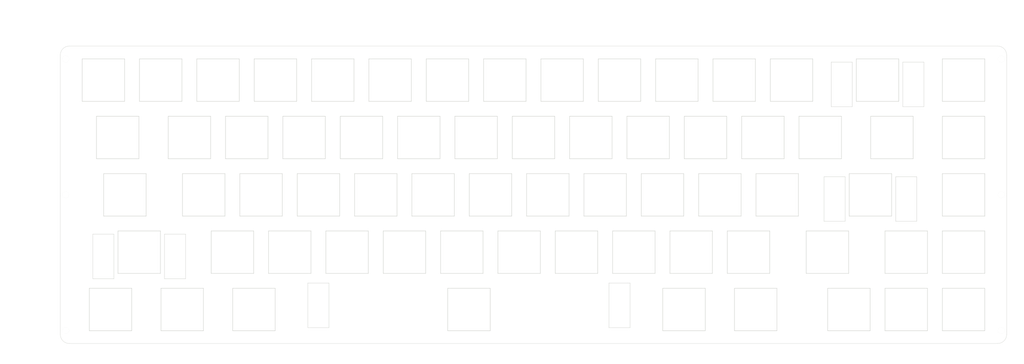
<source format=kicad_pcb>
(kicad_pcb (version 20171130) (host pcbnew "(5.1.4)-1")

  (general
    (thickness 1.6)
    (drawings 54)
    (tracks 0)
    (zones 0)
    (modules 83)
    (nets 1)
  )

  (page A3)
  (layers
    (0 F.Cu signal)
    (31 B.Cu signal)
    (32 B.Adhes user)
    (33 F.Adhes user)
    (34 B.Paste user)
    (35 F.Paste user)
    (36 B.SilkS user)
    (37 F.SilkS user)
    (38 B.Mask user)
    (39 F.Mask user)
    (40 Dwgs.User user)
    (41 Cmts.User user)
    (42 Eco1.User user)
    (43 Eco2.User user)
    (44 Edge.Cuts user)
    (45 Margin user)
    (46 B.CrtYd user)
    (47 F.CrtYd user)
    (48 B.Fab user)
    (49 F.Fab user)
  )

  (setup
    (last_trace_width 0.25)
    (user_trace_width 0.5)
    (user_trace_width 0.5)
    (trace_clearance 0.2)
    (zone_clearance 0.508)
    (zone_45_only no)
    (trace_min 0.2)
    (via_size 0.8)
    (via_drill 0.4)
    (via_min_size 0.4)
    (via_min_drill 0.3)
    (uvia_size 0.3)
    (uvia_drill 0.1)
    (uvias_allowed no)
    (uvia_min_size 0.2)
    (uvia_min_drill 0.1)
    (edge_width 0.1)
    (segment_width 0.2)
    (pcb_text_width 0.3)
    (pcb_text_size 1.5 1.5)
    (mod_edge_width 0.15)
    (mod_text_size 1 1)
    (mod_text_width 0.15)
    (pad_size 2.2 2.2)
    (pad_drill 2.2)
    (pad_to_mask_clearance 0)
    (aux_axis_origin 0 0)
    (visible_elements 7FFFFFFF)
    (pcbplotparams
      (layerselection 0x010f0_ffffffff)
      (usegerberextensions true)
      (usegerberattributes false)
      (usegerberadvancedattributes false)
      (creategerberjobfile false)
      (excludeedgelayer true)
      (linewidth 0.100000)
      (plotframeref false)
      (viasonmask false)
      (mode 1)
      (useauxorigin false)
      (hpglpennumber 1)
      (hpglpenspeed 20)
      (hpglpendiameter 15.000000)
      (psnegative false)
      (psa4output false)
      (plotreference true)
      (plotvalue true)
      (plotinvisibletext false)
      (padsonsilk false)
      (subtractmaskfromsilk false)
      (outputformat 1)
      (mirror false)
      (drillshape 0)
      (scaleselection 1)
      (outputdirectory "output/"))
  )

  (net 0 "")

  (net_class Default "これはデフォルトのネット クラスです。"
    (clearance 0.2)
    (trace_width 0.25)
    (via_dia 0.8)
    (via_drill 0.4)
    (uvia_dia 0.3)
    (uvia_drill 0.1)
  )

  (module kbd_SW_Hole:SW_Hole_1.25 (layer F.Cu) (tedit 60F58AA9) (tstamp 61CB9E73)
    (at 54.76875 104.775)
    (path /5CAAE83E)
    (fp_text reference SW60 (at 7 8.1) (layer F.SilkS) hide
      (effects (font (size 1 1) (thickness 0.15)))
    )
    (fp_text value SW_PUSH (at -7.4 -8.1) (layer F.Fab) hide
      (effects (font (size 1 1) (thickness 0.15)))
    )
    (fp_line (start -7.05 -7.05) (end 7.05 -7.05) (layer Edge.Cuts) (width 0.15))
    (fp_line (start 7.05 -7.05) (end 7.05 7.05) (layer Edge.Cuts) (width 0.15))
    (fp_line (start 7.05 7.05) (end -7.05 7.05) (layer Edge.Cuts) (width 0.15))
    (fp_line (start -7.05 7.05) (end -7.05 -7.05) (layer Edge.Cuts) (width 0.15))
    (fp_line (start 11.90625 -9.525) (end -11.90625 -9.525) (layer F.Fab) (width 0.15))
    (fp_line (start -11.90625 -9.525) (end -11.90625 9.525) (layer F.Fab) (width 0.15))
    (fp_line (start -11.90625 9.525) (end 11.90625 9.525) (layer F.Fab) (width 0.15))
    (fp_line (start 11.90625 9.525) (end 11.90625 -9.525) (layer F.Fab) (width 0.15))
  )

  (module kbd_SW_Hole:SW_Hole_6.25u (layer F.Cu) (tedit 60F58B3F) (tstamp 61CB9E2C)
    (at 150.01875 104.775 180)
    (fp_text reference SW62 (at 7 8.1) (layer F.SilkS) hide
      (effects (font (size 1 1) (thickness 0.15)))
    )
    (fp_text value SW_PUSH (at -7.4 -8.1) (layer F.Fab) hide
      (effects (font (size 1 1) (thickness 0.15)))
    )
    (fp_line (start -53.51 -6) (end -46.51 -6) (layer Edge.Cuts) (width 0.12))
    (fp_line (start -53.51 8.8) (end -53.51 -6) (layer Edge.Cuts) (width 0.12))
    (fp_line (start -46.51 8.8) (end -53.51 8.8) (layer Edge.Cuts) (width 0.12))
    (fp_line (start -46.51 -6) (end -46.51 8.8) (layer Edge.Cuts) (width 0.12))
    (fp_line (start 53.51 -6) (end 46.51 -6) (layer Edge.Cuts) (width 0.12))
    (fp_line (start 53.51 8.8) (end 53.51 -6) (layer Edge.Cuts) (width 0.12))
    (fp_line (start 46.51 8.8) (end 53.51 8.8) (layer Edge.Cuts) (width 0.12))
    (fp_line (start 46.51 -6) (end 46.51 8.8) (layer Edge.Cuts) (width 0.12))
    (fp_line (start -7.05 -7.05) (end 7.05 -7.05) (layer Edge.Cuts) (width 0.15))
    (fp_line (start 7.05 -7.05) (end 7.05 7.05) (layer Edge.Cuts) (width 0.15))
    (fp_line (start 7.05 7.05) (end -7.05 7.05) (layer Edge.Cuts) (width 0.15))
    (fp_line (start -7.05 7.05) (end -7.05 -7.05) (layer Edge.Cuts) (width 0.15))
    (fp_line (start 59.53125 -9.525) (end -59.53125 -9.525) (layer F.Fab) (width 0.15))
    (fp_line (start -59.53125 -9.525) (end -59.53125 9.525) (layer F.Fab) (width 0.15))
    (fp_line (start -59.53125 9.525) (end 59.53125 9.525) (layer F.Fab) (width 0.15))
    (fp_line (start 59.53125 9.525) (end 59.53125 -9.525) (layer F.Fab) (width 0.15))
  )

  (module kbd_SW_Hole:SW_Hole_2.25u (layer F.Cu) (tedit 60F58B15) (tstamp 61CB9AB3)
    (at 283.36875 66.675)
    (fp_text reference SW43 (at 7 8.1) (layer F.SilkS) hide
      (effects (font (size 1 1) (thickness 0.15)))
    )
    (fp_text value SW_PUSH (at -7.4 -8.1) (layer F.Fab) hide
      (effects (font (size 1 1) (thickness 0.15)))
    )
    (fp_line (start -15.4 -6) (end -8.4 -6) (layer Edge.Cuts) (width 0.12))
    (fp_line (start -15.4 8.8) (end -15.4 -6) (layer Edge.Cuts) (width 0.12))
    (fp_line (start -8.4 8.8) (end -15.4 8.8) (layer Edge.Cuts) (width 0.12))
    (fp_line (start -8.4 -6) (end -8.4 8.8) (layer Edge.Cuts) (width 0.12))
    (fp_line (start 15.4 -6) (end 8.4 -6) (layer Edge.Cuts) (width 0.12))
    (fp_line (start 15.4 8.8) (end 15.4 -6) (layer Edge.Cuts) (width 0.12))
    (fp_line (start 8.4 8.8) (end 15.4 8.8) (layer Edge.Cuts) (width 0.12))
    (fp_line (start 8.4 -6) (end 8.4 8.8) (layer Edge.Cuts) (width 0.12))
    (fp_line (start -7.05 -7.05) (end 7.05 -7.05) (layer Edge.Cuts) (width 0.15))
    (fp_line (start 7.05 -7.05) (end 7.05 7.05) (layer Edge.Cuts) (width 0.15))
    (fp_line (start 7.05 7.05) (end -7.05 7.05) (layer Edge.Cuts) (width 0.15))
    (fp_line (start -7.05 7.05) (end -7.05 -7.05) (layer Edge.Cuts) (width 0.15))
    (fp_line (start 21.43125 -9.525) (end -21.43125 -9.525) (layer F.Fab) (width 0.15))
    (fp_line (start -21.43125 -9.525) (end -21.43125 9.525) (layer F.Fab) (width 0.15))
    (fp_line (start -21.43125 9.525) (end 21.43125 9.525) (layer F.Fab) (width 0.15))
    (fp_line (start 21.43125 9.525) (end 21.43125 -9.525) (layer F.Fab) (width 0.15))
  )

  (module kbd_SW_Hole:SW_Hole_1.5u (layer F.Cu) (tedit 60F58A81) (tstamp 61CB975D)
    (at 290.5125 47.625)
    (fp_text reference SW29 (at 7 8.1) (layer F.SilkS) hide
      (effects (font (size 1 1) (thickness 0.15)))
    )
    (fp_text value SW_PUSH (at -7.4 -8.1) (layer F.Fab) hide
      (effects (font (size 1 1) (thickness 0.15)))
    )
    (fp_line (start -7.05 -7.05) (end 7.05 -7.05) (layer Edge.Cuts) (width 0.15))
    (fp_line (start 7.05 -7.05) (end 7.05 7.05) (layer Edge.Cuts) (width 0.15))
    (fp_line (start 7.05 7.05) (end -7.05 7.05) (layer Edge.Cuts) (width 0.15))
    (fp_line (start -7.05 7.05) (end -7.05 -7.05) (layer Edge.Cuts) (width 0.15))
    (fp_line (start 14.2875 -9.525) (end -14.2875 -9.525) (layer F.Fab) (width 0.15))
    (fp_line (start -14.2875 -9.525) (end -14.2875 9.525) (layer F.Fab) (width 0.15))
    (fp_line (start -14.2875 9.525) (end 14.2875 9.525) (layer F.Fab) (width 0.15))
    (fp_line (start 14.2875 9.525) (end 14.2875 -9.525) (layer F.Fab) (width 0.15))
  )

  (module kbd_SW_Hole:SW_Hole_2u (layer F.Cu) (tedit 60F58AF2) (tstamp 61CB929B)
    (at 285.75 28.575)
    (fp_text reference SW14 (at 7 8.1) (layer F.SilkS) hide
      (effects (font (size 1 1) (thickness 0.15)))
    )
    (fp_text value SW_PUSH (at -7.4 -8.1) (layer F.Fab) hide
      (effects (font (size 1 1) (thickness 0.15)))
    )
    (fp_line (start -15.4 -6) (end -8.4 -6) (layer Edge.Cuts) (width 0.12))
    (fp_line (start -15.4 8.8) (end -15.4 -6) (layer Edge.Cuts) (width 0.12))
    (fp_line (start -8.4 8.8) (end -15.4 8.8) (layer Edge.Cuts) (width 0.12))
    (fp_line (start -8.4 -6) (end -8.4 8.8) (layer Edge.Cuts) (width 0.12))
    (fp_line (start 15.4 -6) (end 8.4 -6) (layer Edge.Cuts) (width 0.12))
    (fp_line (start 15.4 8.8) (end 15.4 -6) (layer Edge.Cuts) (width 0.12))
    (fp_line (start 8.4 8.8) (end 15.4 8.8) (layer Edge.Cuts) (width 0.12))
    (fp_line (start 8.4 -6) (end 8.4 8.8) (layer Edge.Cuts) (width 0.12))
    (fp_line (start -7.05 -7.05) (end 7.05 -7.05) (layer Edge.Cuts) (width 0.15))
    (fp_line (start 7.05 -7.05) (end 7.05 7.05) (layer Edge.Cuts) (width 0.15))
    (fp_line (start 7.05 7.05) (end -7.05 7.05) (layer Edge.Cuts) (width 0.15))
    (fp_line (start -7.05 7.05) (end -7.05 -7.05) (layer Edge.Cuts) (width 0.15))
    (fp_line (start 19.05 -9.525) (end -19.05 -9.525) (layer F.Fab) (width 0.15))
    (fp_line (start -19.05 -9.525) (end -19.05 9.525) (layer F.Fab) (width 0.15))
    (fp_line (start -19.05 9.525) (end 19.05 9.525) (layer F.Fab) (width 0.15))
    (fp_line (start 19.05 9.525) (end 19.05 -9.525) (layer F.Fab) (width 0.15))
  )

  (module kbd_SW_Hole:SW_Hole_1.75 (layer F.Cu) (tedit 60F58ACC) (tstamp 60A296AC)
    (at 269.08125 85.725)
    (path /5C3DCEFA)
    (fp_text reference SW56 (at 7 8.1) (layer F.SilkS) hide
      (effects (font (size 1 1) (thickness 0.15)))
    )
    (fp_text value SW_PUSH (at -7.4 -8.1) (layer F.Fab) hide
      (effects (font (size 1 1) (thickness 0.15)))
    )
    (fp_line (start 16.66875 9.525) (end 16.66875 -9.525) (layer F.Fab) (width 0.15))
    (fp_line (start -16.66875 9.525) (end 16.66875 9.525) (layer F.Fab) (width 0.15))
    (fp_line (start -16.66875 -9.525) (end -16.66875 9.525) (layer F.Fab) (width 0.15))
    (fp_line (start 16.66875 -9.525) (end -16.66875 -9.525) (layer F.Fab) (width 0.15))
    (fp_line (start -7.05 7.05) (end -7.05 -7.05) (layer Edge.Cuts) (width 0.15))
    (fp_line (start 7.05 7.05) (end -7.05 7.05) (layer Edge.Cuts) (width 0.15))
    (fp_line (start 7.05 -7.05) (end 7.05 7.05) (layer Edge.Cuts) (width 0.15))
    (fp_line (start -7.05 -7.05) (end 7.05 -7.05) (layer Edge.Cuts) (width 0.15))
  )

  (module kbd_SW_Hole:SW_Hole_1.75 (layer F.Cu) (tedit 60F58ACC) (tstamp 5CF70F1B)
    (at 35.71875 66.675)
    (path /5CAAE847)
    (fp_text reference SW31 (at 7 8.1) (layer F.SilkS) hide
      (effects (font (size 1 1) (thickness 0.15)))
    )
    (fp_text value SW_PUSH (at -7.4 -8.1) (layer F.Fab) hide
      (effects (font (size 1 1) (thickness 0.15)))
    )
    (fp_line (start 16.66875 9.525) (end 16.66875 -9.525) (layer F.Fab) (width 0.15))
    (fp_line (start -16.66875 9.525) (end 16.66875 9.525) (layer F.Fab) (width 0.15))
    (fp_line (start -16.66875 -9.525) (end -16.66875 9.525) (layer F.Fab) (width 0.15))
    (fp_line (start 16.66875 -9.525) (end -16.66875 -9.525) (layer F.Fab) (width 0.15))
    (fp_line (start -7.05 7.05) (end -7.05 -7.05) (layer Edge.Cuts) (width 0.15))
    (fp_line (start 7.05 7.05) (end -7.05 7.05) (layer Edge.Cuts) (width 0.15))
    (fp_line (start 7.05 -7.05) (end 7.05 7.05) (layer Edge.Cuts) (width 0.15))
    (fp_line (start -7.05 -7.05) (end 7.05 -7.05) (layer Edge.Cuts) (width 0.15))
  )

  (module kbd_SW_Hole:SW_Hole_1.25 (layer F.Cu) (tedit 60F58AA9) (tstamp 60A299D0)
    (at 221.45625 104.775)
    (path /5C6AB630)
    (fp_text reference SW63 (at 7 8.1) (layer F.SilkS) hide
      (effects (font (size 1 1) (thickness 0.15)))
    )
    (fp_text value SW_PUSH (at -7.4 -8.1) (layer F.Fab) hide
      (effects (font (size 1 1) (thickness 0.15)))
    )
    (fp_line (start 11.90625 9.525) (end 11.90625 -9.525) (layer F.Fab) (width 0.15))
    (fp_line (start -11.90625 9.525) (end 11.90625 9.525) (layer F.Fab) (width 0.15))
    (fp_line (start -11.90625 -9.525) (end -11.90625 9.525) (layer F.Fab) (width 0.15))
    (fp_line (start 11.90625 -9.525) (end -11.90625 -9.525) (layer F.Fab) (width 0.15))
    (fp_line (start -7.05 7.05) (end -7.05 -7.05) (layer Edge.Cuts) (width 0.15))
    (fp_line (start 7.05 7.05) (end -7.05 7.05) (layer Edge.Cuts) (width 0.15))
    (fp_line (start 7.05 -7.05) (end 7.05 7.05) (layer Edge.Cuts) (width 0.15))
    (fp_line (start -7.05 -7.05) (end 7.05 -7.05) (layer Edge.Cuts) (width 0.15))
  )

  (module kbd_SW_Hole:SW_Hole_1.25 (layer F.Cu) (tedit 60F58AA9) (tstamp 60A299BA)
    (at 245.26875 104.775)
    (path /5C6AB630)
    (fp_text reference SW64 (at 7 8.1) (layer F.SilkS) hide
      (effects (font (size 1 1) (thickness 0.15)))
    )
    (fp_text value SW_PUSH (at -7.4 -8.1) (layer F.Fab) hide
      (effects (font (size 1 1) (thickness 0.15)))
    )
    (fp_line (start 11.90625 9.525) (end 11.90625 -9.525) (layer F.Fab) (width 0.15))
    (fp_line (start -11.90625 9.525) (end 11.90625 9.525) (layer F.Fab) (width 0.15))
    (fp_line (start -11.90625 -9.525) (end -11.90625 9.525) (layer F.Fab) (width 0.15))
    (fp_line (start 11.90625 -9.525) (end -11.90625 -9.525) (layer F.Fab) (width 0.15))
    (fp_line (start -7.05 7.05) (end -7.05 -7.05) (layer Edge.Cuts) (width 0.15))
    (fp_line (start 7.05 7.05) (end -7.05 7.05) (layer Edge.Cuts) (width 0.15))
    (fp_line (start 7.05 -7.05) (end 7.05 7.05) (layer Edge.Cuts) (width 0.15))
    (fp_line (start -7.05 -7.05) (end 7.05 -7.05) (layer Edge.Cuts) (width 0.15))
  )

  (module kbd_SW_Hole:SW_Hole_1.25 (layer F.Cu) (tedit 60F58AA9) (tstamp 60524BCB)
    (at 30.95625 104.775)
    (path /5CAAE83E)
    (fp_text reference SW59 (at 7 8.1) (layer F.SilkS) hide
      (effects (font (size 1 1) (thickness 0.15)))
    )
    (fp_text value SW_PUSH (at -7.4 -8.1) (layer F.Fab) hide
      (effects (font (size 1 1) (thickness 0.15)))
    )
    (fp_line (start 11.90625 9.525) (end 11.90625 -9.525) (layer F.Fab) (width 0.15))
    (fp_line (start -11.90625 9.525) (end 11.90625 9.525) (layer F.Fab) (width 0.15))
    (fp_line (start -11.90625 -9.525) (end -11.90625 9.525) (layer F.Fab) (width 0.15))
    (fp_line (start 11.90625 -9.525) (end -11.90625 -9.525) (layer F.Fab) (width 0.15))
    (fp_line (start -7.05 7.05) (end -7.05 -7.05) (layer Edge.Cuts) (width 0.15))
    (fp_line (start 7.05 7.05) (end -7.05 7.05) (layer Edge.Cuts) (width 0.15))
    (fp_line (start 7.05 -7.05) (end 7.05 7.05) (layer Edge.Cuts) (width 0.15))
    (fp_line (start -7.05 -7.05) (end 7.05 -7.05) (layer Edge.Cuts) (width 0.15))
  )

  (module kbd_SW_Hole:SW_Hole_1.25 (layer F.Cu) (tedit 60F58AA9) (tstamp 5CB90BF3)
    (at 78.58125 104.775)
    (path /5CAAE83E)
    (fp_text reference SW61 (at 7 8.1) (layer F.SilkS) hide
      (effects (font (size 1 1) (thickness 0.15)))
    )
    (fp_text value SW_PUSH (at -7.4 -8.1) (layer F.Fab) hide
      (effects (font (size 1 1) (thickness 0.15)))
    )
    (fp_line (start 11.90625 9.525) (end 11.90625 -9.525) (layer F.Fab) (width 0.15))
    (fp_line (start -11.90625 9.525) (end 11.90625 9.525) (layer F.Fab) (width 0.15))
    (fp_line (start -11.90625 -9.525) (end -11.90625 9.525) (layer F.Fab) (width 0.15))
    (fp_line (start 11.90625 -9.525) (end -11.90625 -9.525) (layer F.Fab) (width 0.15))
    (fp_line (start -7.05 7.05) (end -7.05 -7.05) (layer Edge.Cuts) (width 0.15))
    (fp_line (start 7.05 7.05) (end -7.05 7.05) (layer Edge.Cuts) (width 0.15))
    (fp_line (start 7.05 -7.05) (end 7.05 7.05) (layer Edge.Cuts) (width 0.15))
    (fp_line (start -7.05 -7.05) (end 7.05 -7.05) (layer Edge.Cuts) (width 0.15))
  )

  (module kbd_SW_Hole:SW_Hole_2.25 (layer F.Cu) (tedit 60F58B15) (tstamp 60A290EB)
    (at 40.48125 85.725)
    (fp_text reference SW45 (at 7 8.1) (layer F.SilkS) hide
      (effects (font (size 1 1) (thickness 0.15)))
    )
    (fp_text value SW_PUSH (at -7.4 -8.1) (layer F.Fab) hide
      (effects (font (size 1 1) (thickness 0.15)))
    )
    (fp_line (start 21.43125 9.525) (end 21.43125 -9.525) (layer F.Fab) (width 0.15))
    (fp_line (start -21.43125 9.525) (end 21.43125 9.525) (layer F.Fab) (width 0.15))
    (fp_line (start -21.43125 -9.525) (end -21.43125 9.525) (layer F.Fab) (width 0.15))
    (fp_line (start 21.43125 -9.525) (end -21.43125 -9.525) (layer F.Fab) (width 0.15))
    (fp_line (start -7.05 7.05) (end -7.05 -7.05) (layer Edge.Cuts) (width 0.15))
    (fp_line (start 7.05 7.05) (end -7.05 7.05) (layer Edge.Cuts) (width 0.15))
    (fp_line (start 7.05 -7.05) (end 7.05 7.05) (layer Edge.Cuts) (width 0.15))
    (fp_line (start -7.05 -7.05) (end 7.05 -7.05) (layer Edge.Cuts) (width 0.15))
    (fp_line (start 8.4 -6) (end 8.4 8.8) (layer Edge.Cuts) (width 0.12))
    (fp_line (start 8.4 8.8) (end 15.4 8.8) (layer Edge.Cuts) (width 0.12))
    (fp_line (start 15.4 8.8) (end 15.4 -6) (layer Edge.Cuts) (width 0.12))
    (fp_line (start 15.4 -6) (end 8.4 -6) (layer Edge.Cuts) (width 0.12))
    (fp_line (start -8.4 -6) (end -8.4 8.8) (layer Edge.Cuts) (width 0.12))
    (fp_line (start -8.4 8.8) (end -15.4 8.8) (layer Edge.Cuts) (width 0.12))
    (fp_line (start -15.4 8.8) (end -15.4 -6) (layer Edge.Cuts) (width 0.12))
    (fp_line (start -15.4 -6) (end -8.4 -6) (layer Edge.Cuts) (width 0.12))
  )

  (module kbd_SW_Hole:SW_Hole_1.5 (layer F.Cu) (tedit 60F58A81) (tstamp 60A28FB7)
    (at 33.3375 47.625)
    (fp_text reference SW16 (at 7 8.1) (layer F.SilkS) hide
      (effects (font (size 1 1) (thickness 0.15)))
    )
    (fp_text value SW_PUSH (at -7.4 -8.1) (layer F.Fab) hide
      (effects (font (size 1 1) (thickness 0.15)))
    )
    (fp_line (start -7.05 -7.05) (end 7.05 -7.05) (layer Edge.Cuts) (width 0.15))
    (fp_line (start 7.05 -7.05) (end 7.05 7.05) (layer Edge.Cuts) (width 0.15))
    (fp_line (start 7.05 7.05) (end -7.05 7.05) (layer Edge.Cuts) (width 0.15))
    (fp_line (start -7.05 7.05) (end -7.05 -7.05) (layer Edge.Cuts) (width 0.15))
    (fp_line (start 14.2875 -9.525) (end -14.2875 -9.525) (layer F.Fab) (width 0.15))
    (fp_line (start -14.2875 -9.525) (end -14.2875 9.525) (layer F.Fab) (width 0.15))
    (fp_line (start -14.2875 9.525) (end 14.2875 9.525) (layer F.Fab) (width 0.15))
    (fp_line (start 14.2875 9.525) (end 14.2875 -9.525) (layer F.Fab) (width 0.15))
  )

  (module kbd_SW_Hole:SW_Hole_1 (layer F.Cu) (tedit 60F58A59) (tstamp 60A2993F)
    (at 295.275 104.775)
    (path /5C3DCEFA)
    (fp_text reference SW66 (at 7 8.1) (layer F.SilkS) hide
      (effects (font (size 1 1) (thickness 0.15)))
    )
    (fp_text value SW_PUSH (at -7.4 -8.1) (layer F.Fab) hide
      (effects (font (size 1 1) (thickness 0.15)))
    )
    (fp_line (start 9.525 9.525) (end 9.525 -9.525) (layer F.Fab) (width 0.15))
    (fp_line (start -9.525 9.525) (end 9.525 9.525) (layer F.Fab) (width 0.15))
    (fp_line (start -9.525 -9.525) (end -9.525 9.525) (layer F.Fab) (width 0.15))
    (fp_line (start 9.525 -9.525) (end -9.525 -9.525) (layer F.Fab) (width 0.15))
    (fp_line (start -7.05 7.05) (end -7.05 -7.05) (layer Edge.Cuts) (width 0.15))
    (fp_line (start 7.05 7.05) (end -7.05 7.05) (layer Edge.Cuts) (width 0.15))
    (fp_line (start 7.05 -7.05) (end 7.05 7.05) (layer Edge.Cuts) (width 0.15))
    (fp_line (start -7.05 -7.05) (end 7.05 -7.05) (layer Edge.Cuts) (width 0.15))
  )

  (module kbd_SW_Hole:SW_Hole_1 (layer F.Cu) (tedit 60F58A59) (tstamp 60A29934)
    (at 314.325 104.775)
    (path /5C3DCEFA)
    (fp_text reference SW67 (at 7 8.1) (layer F.SilkS) hide
      (effects (font (size 1 1) (thickness 0.15)))
    )
    (fp_text value SW_PUSH (at -7.4 -8.1) (layer F.Fab) hide
      (effects (font (size 1 1) (thickness 0.15)))
    )
    (fp_line (start 9.525 9.525) (end 9.525 -9.525) (layer F.Fab) (width 0.15))
    (fp_line (start -9.525 9.525) (end 9.525 9.525) (layer F.Fab) (width 0.15))
    (fp_line (start -9.525 -9.525) (end -9.525 9.525) (layer F.Fab) (width 0.15))
    (fp_line (start 9.525 -9.525) (end -9.525 -9.525) (layer F.Fab) (width 0.15))
    (fp_line (start -7.05 7.05) (end -7.05 -7.05) (layer Edge.Cuts) (width 0.15))
    (fp_line (start 7.05 7.05) (end -7.05 7.05) (layer Edge.Cuts) (width 0.15))
    (fp_line (start 7.05 -7.05) (end 7.05 7.05) (layer Edge.Cuts) (width 0.15))
    (fp_line (start -7.05 -7.05) (end 7.05 -7.05) (layer Edge.Cuts) (width 0.15))
  )

  (module kbd_SW_Hole:SW_Hole_1 (layer F.Cu) (tedit 60F58A59) (tstamp 60A29929)
    (at 276.225 104.775)
    (path /5C3DCEFA)
    (fp_text reference SW65 (at 7 8.1) (layer F.SilkS) hide
      (effects (font (size 1 1) (thickness 0.15)))
    )
    (fp_text value SW_PUSH (at -7.4 -8.1) (layer F.Fab) hide
      (effects (font (size 1 1) (thickness 0.15)))
    )
    (fp_line (start 9.525 9.525) (end 9.525 -9.525) (layer F.Fab) (width 0.15))
    (fp_line (start -9.525 9.525) (end 9.525 9.525) (layer F.Fab) (width 0.15))
    (fp_line (start -9.525 -9.525) (end -9.525 9.525) (layer F.Fab) (width 0.15))
    (fp_line (start 9.525 -9.525) (end -9.525 -9.525) (layer F.Fab) (width 0.15))
    (fp_line (start -7.05 7.05) (end -7.05 -7.05) (layer Edge.Cuts) (width 0.15))
    (fp_line (start 7.05 7.05) (end -7.05 7.05) (layer Edge.Cuts) (width 0.15))
    (fp_line (start 7.05 -7.05) (end 7.05 7.05) (layer Edge.Cuts) (width 0.15))
    (fp_line (start -7.05 -7.05) (end 7.05 -7.05) (layer Edge.Cuts) (width 0.15))
  )

  (module kbd_SW_Hole:SW_Hole_1 (layer F.Cu) (tedit 60F58A59) (tstamp 60A29840)
    (at 314.325 66.675)
    (path /5C3DCE96)
    (fp_text reference SW444 (at 7 8.1) (layer F.SilkS) hide
      (effects (font (size 1 1) (thickness 0.15)))
    )
    (fp_text value SW_PUSH (at -7.4 -8.1) (layer F.Fab) hide
      (effects (font (size 1 1) (thickness 0.15)))
    )
    (fp_line (start 9.525 9.525) (end 9.525 -9.525) (layer F.Fab) (width 0.15))
    (fp_line (start -9.525 9.525) (end 9.525 9.525) (layer F.Fab) (width 0.15))
    (fp_line (start -9.525 -9.525) (end -9.525 9.525) (layer F.Fab) (width 0.15))
    (fp_line (start 9.525 -9.525) (end -9.525 -9.525) (layer F.Fab) (width 0.15))
    (fp_line (start -7.05 7.05) (end -7.05 -7.05) (layer Edge.Cuts) (width 0.15))
    (fp_line (start 7.05 7.05) (end -7.05 7.05) (layer Edge.Cuts) (width 0.15))
    (fp_line (start 7.05 -7.05) (end 7.05 7.05) (layer Edge.Cuts) (width 0.15))
    (fp_line (start -7.05 -7.05) (end 7.05 -7.05) (layer Edge.Cuts) (width 0.15))
  )

  (module kbd_SW_Hole:SW_Hole_1 (layer F.Cu) (tedit 60F58A59) (tstamp 60A29835)
    (at 314.325 47.625)
    (path /5C3DCEFA)
    (fp_text reference SW30 (at 7 8.1) (layer F.SilkS) hide
      (effects (font (size 1 1) (thickness 0.15)))
    )
    (fp_text value SW_PUSH (at -7.4 -8.1) (layer F.Fab) hide
      (effects (font (size 1 1) (thickness 0.15)))
    )
    (fp_line (start 9.525 9.525) (end 9.525 -9.525) (layer F.Fab) (width 0.15))
    (fp_line (start -9.525 9.525) (end 9.525 9.525) (layer F.Fab) (width 0.15))
    (fp_line (start -9.525 -9.525) (end -9.525 9.525) (layer F.Fab) (width 0.15))
    (fp_line (start 9.525 -9.525) (end -9.525 -9.525) (layer F.Fab) (width 0.15))
    (fp_line (start -7.05 7.05) (end -7.05 -7.05) (layer Edge.Cuts) (width 0.15))
    (fp_line (start 7.05 7.05) (end -7.05 7.05) (layer Edge.Cuts) (width 0.15))
    (fp_line (start 7.05 -7.05) (end 7.05 7.05) (layer Edge.Cuts) (width 0.15))
    (fp_line (start -7.05 -7.05) (end 7.05 -7.05) (layer Edge.Cuts) (width 0.15))
  )

  (module kbd_SW_Hole:SW_Hole_1 (layer F.Cu) (tedit 60F58A59) (tstamp 60A2982A)
    (at 314.325 28.575)
    (path /5C3DCE96)
    (fp_text reference SW15 (at 7 8.1) (layer F.SilkS) hide
      (effects (font (size 1 1) (thickness 0.15)))
    )
    (fp_text value SW_PUSH (at -7.4 -8.1) (layer F.Fab) hide
      (effects (font (size 1 1) (thickness 0.15)))
    )
    (fp_line (start -7.05 -7.05) (end 7.05 -7.05) (layer Edge.Cuts) (width 0.15))
    (fp_line (start 7.05 -7.05) (end 7.05 7.05) (layer Edge.Cuts) (width 0.15))
    (fp_line (start 7.05 7.05) (end -7.05 7.05) (layer Edge.Cuts) (width 0.15))
    (fp_line (start -7.05 7.05) (end -7.05 -7.05) (layer Edge.Cuts) (width 0.15))
    (fp_line (start 9.525 -9.525) (end -9.525 -9.525) (layer F.Fab) (width 0.15))
    (fp_line (start -9.525 -9.525) (end -9.525 9.525) (layer F.Fab) (width 0.15))
    (fp_line (start -9.525 9.525) (end 9.525 9.525) (layer F.Fab) (width 0.15))
    (fp_line (start 9.525 9.525) (end 9.525 -9.525) (layer F.Fab) (width 0.15))
  )

  (module kbd_SW_Hole:SW_Hole_1 (layer F.Cu) (tedit 60F58A59) (tstamp 60A2981F)
    (at 314.325 85.725)
    (path /5C3DCEFA)
    (fp_text reference SW58 (at 7 8.1) (layer F.SilkS) hide
      (effects (font (size 1 1) (thickness 0.15)))
    )
    (fp_text value SW_PUSH (at -7.4 -8.1) (layer F.Fab) hide
      (effects (font (size 1 1) (thickness 0.15)))
    )
    (fp_line (start 9.525 9.525) (end 9.525 -9.525) (layer F.Fab) (width 0.15))
    (fp_line (start -9.525 9.525) (end 9.525 9.525) (layer F.Fab) (width 0.15))
    (fp_line (start -9.525 -9.525) (end -9.525 9.525) (layer F.Fab) (width 0.15))
    (fp_line (start 9.525 -9.525) (end -9.525 -9.525) (layer F.Fab) (width 0.15))
    (fp_line (start -7.05 7.05) (end -7.05 -7.05) (layer Edge.Cuts) (width 0.15))
    (fp_line (start 7.05 7.05) (end -7.05 7.05) (layer Edge.Cuts) (width 0.15))
    (fp_line (start 7.05 -7.05) (end 7.05 7.05) (layer Edge.Cuts) (width 0.15))
    (fp_line (start -7.05 -7.05) (end 7.05 -7.05) (layer Edge.Cuts) (width 0.15))
  )

  (module kbd_SW_Hole:SW_Hole_1 (layer F.Cu) (tedit 60F58A59) (tstamp 60A29725)
    (at 266.7 47.625)
    (path /5C3DCEFA)
    (fp_text reference SW28 (at 7 8.1) (layer F.SilkS) hide
      (effects (font (size 1 1) (thickness 0.15)))
    )
    (fp_text value SW_PUSH (at -7.4 -8.1) (layer F.Fab) hide
      (effects (font (size 1 1) (thickness 0.15)))
    )
    (fp_line (start 9.525 9.525) (end 9.525 -9.525) (layer F.Fab) (width 0.15))
    (fp_line (start -9.525 9.525) (end 9.525 9.525) (layer F.Fab) (width 0.15))
    (fp_line (start -9.525 -9.525) (end -9.525 9.525) (layer F.Fab) (width 0.15))
    (fp_line (start 9.525 -9.525) (end -9.525 -9.525) (layer F.Fab) (width 0.15))
    (fp_line (start -7.05 7.05) (end -7.05 -7.05) (layer Edge.Cuts) (width 0.15))
    (fp_line (start 7.05 7.05) (end -7.05 7.05) (layer Edge.Cuts) (width 0.15))
    (fp_line (start 7.05 -7.05) (end 7.05 7.05) (layer Edge.Cuts) (width 0.15))
    (fp_line (start -7.05 -7.05) (end 7.05 -7.05) (layer Edge.Cuts) (width 0.15))
  )

  (module kbd_SW_Hole:SW_Hole_1 (layer F.Cu) (tedit 60F58A59) (tstamp 60A2971A)
    (at 252.4125 66.675)
    (path /5C3DCE96)
    (fp_text reference SW42 (at 7 8.1) (layer F.SilkS) hide
      (effects (font (size 1 1) (thickness 0.15)))
    )
    (fp_text value SW_PUSH (at -7.4 -8.1) (layer F.Fab) hide
      (effects (font (size 1 1) (thickness 0.15)))
    )
    (fp_line (start 9.525 9.525) (end 9.525 -9.525) (layer F.Fab) (width 0.15))
    (fp_line (start -9.525 9.525) (end 9.525 9.525) (layer F.Fab) (width 0.15))
    (fp_line (start -9.525 -9.525) (end -9.525 9.525) (layer F.Fab) (width 0.15))
    (fp_line (start 9.525 -9.525) (end -9.525 -9.525) (layer F.Fab) (width 0.15))
    (fp_line (start -7.05 7.05) (end -7.05 -7.05) (layer Edge.Cuts) (width 0.15))
    (fp_line (start 7.05 7.05) (end -7.05 7.05) (layer Edge.Cuts) (width 0.15))
    (fp_line (start 7.05 -7.05) (end 7.05 7.05) (layer Edge.Cuts) (width 0.15))
    (fp_line (start -7.05 -7.05) (end 7.05 -7.05) (layer Edge.Cuts) (width 0.15))
  )

  (module kbd_SW_Hole:SW_Hole_1 (layer F.Cu) (tedit 60F58A59) (tstamp 60A2970F)
    (at 219.075 28.575)
    (path /5C3DCE96)
    (fp_text reference SW11 (at 7 8.1) (layer F.SilkS) hide
      (effects (font (size 1 1) (thickness 0.15)))
    )
    (fp_text value SW_PUSH (at -7.4 -8.1) (layer F.Fab) hide
      (effects (font (size 1 1) (thickness 0.15)))
    )
    (fp_line (start 9.525 9.525) (end 9.525 -9.525) (layer F.Fab) (width 0.15))
    (fp_line (start -9.525 9.525) (end 9.525 9.525) (layer F.Fab) (width 0.15))
    (fp_line (start -9.525 -9.525) (end -9.525 9.525) (layer F.Fab) (width 0.15))
    (fp_line (start 9.525 -9.525) (end -9.525 -9.525) (layer F.Fab) (width 0.15))
    (fp_line (start -7.05 7.05) (end -7.05 -7.05) (layer Edge.Cuts) (width 0.15))
    (fp_line (start 7.05 7.05) (end -7.05 7.05) (layer Edge.Cuts) (width 0.15))
    (fp_line (start 7.05 -7.05) (end 7.05 7.05) (layer Edge.Cuts) (width 0.15))
    (fp_line (start -7.05 -7.05) (end 7.05 -7.05) (layer Edge.Cuts) (width 0.15))
  )

  (module kbd_SW_Hole:SW_Hole_1 (layer F.Cu) (tedit 60F58A59) (tstamp 60A29704)
    (at 257.175 28.575)
    (path /5C3DCE96)
    (fp_text reference SW13 (at 7 8.1) (layer F.SilkS) hide
      (effects (font (size 1 1) (thickness 0.15)))
    )
    (fp_text value SW_PUSH (at -7.4 -8.1) (layer F.Fab) hide
      (effects (font (size 1 1) (thickness 0.15)))
    )
    (fp_line (start 9.525 9.525) (end 9.525 -9.525) (layer F.Fab) (width 0.15))
    (fp_line (start -9.525 9.525) (end 9.525 9.525) (layer F.Fab) (width 0.15))
    (fp_line (start -9.525 -9.525) (end -9.525 9.525) (layer F.Fab) (width 0.15))
    (fp_line (start 9.525 -9.525) (end -9.525 -9.525) (layer F.Fab) (width 0.15))
    (fp_line (start -7.05 7.05) (end -7.05 -7.05) (layer Edge.Cuts) (width 0.15))
    (fp_line (start 7.05 7.05) (end -7.05 7.05) (layer Edge.Cuts) (width 0.15))
    (fp_line (start 7.05 -7.05) (end 7.05 7.05) (layer Edge.Cuts) (width 0.15))
    (fp_line (start -7.05 -7.05) (end 7.05 -7.05) (layer Edge.Cuts) (width 0.15))
  )

  (module kbd_SW_Hole:SW_Hole_1 (layer F.Cu) (tedit 60F58A59) (tstamp 60A296F9)
    (at 247.65 47.625)
    (path /5C3DCEFA)
    (fp_text reference SW27 (at 7 8.1) (layer F.SilkS) hide
      (effects (font (size 1 1) (thickness 0.15)))
    )
    (fp_text value SW_PUSH (at -7.4 -8.1) (layer F.Fab) hide
      (effects (font (size 1 1) (thickness 0.15)))
    )
    (fp_line (start 9.525 9.525) (end 9.525 -9.525) (layer F.Fab) (width 0.15))
    (fp_line (start -9.525 9.525) (end 9.525 9.525) (layer F.Fab) (width 0.15))
    (fp_line (start -9.525 -9.525) (end -9.525 9.525) (layer F.Fab) (width 0.15))
    (fp_line (start 9.525 -9.525) (end -9.525 -9.525) (layer F.Fab) (width 0.15))
    (fp_line (start -7.05 7.05) (end -7.05 -7.05) (layer Edge.Cuts) (width 0.15))
    (fp_line (start 7.05 7.05) (end -7.05 7.05) (layer Edge.Cuts) (width 0.15))
    (fp_line (start 7.05 -7.05) (end 7.05 7.05) (layer Edge.Cuts) (width 0.15))
    (fp_line (start -7.05 -7.05) (end 7.05 -7.05) (layer Edge.Cuts) (width 0.15))
  )

  (module kbd_SW_Hole:SW_Hole_1 (layer F.Cu) (tedit 60F58A59) (tstamp 60A296E3)
    (at 233.3625 66.675)
    (path /5C3DCE96)
    (fp_text reference SW41 (at 7 8.1) (layer F.SilkS) hide
      (effects (font (size 1 1) (thickness 0.15)))
    )
    (fp_text value SW_PUSH (at -7.4 -8.1) (layer F.Fab) hide
      (effects (font (size 1 1) (thickness 0.15)))
    )
    (fp_line (start 9.525 9.525) (end 9.525 -9.525) (layer F.Fab) (width 0.15))
    (fp_line (start -9.525 9.525) (end 9.525 9.525) (layer F.Fab) (width 0.15))
    (fp_line (start -9.525 -9.525) (end -9.525 9.525) (layer F.Fab) (width 0.15))
    (fp_line (start 9.525 -9.525) (end -9.525 -9.525) (layer F.Fab) (width 0.15))
    (fp_line (start -7.05 7.05) (end -7.05 -7.05) (layer Edge.Cuts) (width 0.15))
    (fp_line (start 7.05 7.05) (end -7.05 7.05) (layer Edge.Cuts) (width 0.15))
    (fp_line (start 7.05 -7.05) (end 7.05 7.05) (layer Edge.Cuts) (width 0.15))
    (fp_line (start -7.05 -7.05) (end 7.05 -7.05) (layer Edge.Cuts) (width 0.15))
  )

  (module kbd_SW_Hole:SW_Hole_1 (layer F.Cu) (tedit 60F58A59) (tstamp 60A296D8)
    (at 228.6 47.625)
    (path /5C3DCEFA)
    (fp_text reference SW26 (at 7 8.1) (layer F.SilkS) hide
      (effects (font (size 1 1) (thickness 0.15)))
    )
    (fp_text value SW_PUSH (at -7.4 -8.1) (layer F.Fab) hide
      (effects (font (size 1 1) (thickness 0.15)))
    )
    (fp_line (start 9.525 9.525) (end 9.525 -9.525) (layer F.Fab) (width 0.15))
    (fp_line (start -9.525 9.525) (end 9.525 9.525) (layer F.Fab) (width 0.15))
    (fp_line (start -9.525 -9.525) (end -9.525 9.525) (layer F.Fab) (width 0.15))
    (fp_line (start 9.525 -9.525) (end -9.525 -9.525) (layer F.Fab) (width 0.15))
    (fp_line (start -7.05 7.05) (end -7.05 -7.05) (layer Edge.Cuts) (width 0.15))
    (fp_line (start 7.05 7.05) (end -7.05 7.05) (layer Edge.Cuts) (width 0.15))
    (fp_line (start 7.05 -7.05) (end 7.05 7.05) (layer Edge.Cuts) (width 0.15))
    (fp_line (start -7.05 -7.05) (end 7.05 -7.05) (layer Edge.Cuts) (width 0.15))
  )

  (module kbd_SW_Hole:SW_Hole_1 (layer F.Cu) (tedit 60F58A59) (tstamp 60A296CD)
    (at 242.8875 85.725)
    (path /5C3DCEFA)
    (fp_text reference SW55 (at 7 8.1) (layer F.SilkS) hide
      (effects (font (size 1 1) (thickness 0.15)))
    )
    (fp_text value SW_PUSH (at -7.4 -8.1) (layer F.Fab) hide
      (effects (font (size 1 1) (thickness 0.15)))
    )
    (fp_line (start 9.525 9.525) (end 9.525 -9.525) (layer F.Fab) (width 0.15))
    (fp_line (start -9.525 9.525) (end 9.525 9.525) (layer F.Fab) (width 0.15))
    (fp_line (start -9.525 -9.525) (end -9.525 9.525) (layer F.Fab) (width 0.15))
    (fp_line (start 9.525 -9.525) (end -9.525 -9.525) (layer F.Fab) (width 0.15))
    (fp_line (start -7.05 7.05) (end -7.05 -7.05) (layer Edge.Cuts) (width 0.15))
    (fp_line (start 7.05 7.05) (end -7.05 7.05) (layer Edge.Cuts) (width 0.15))
    (fp_line (start 7.05 -7.05) (end 7.05 7.05) (layer Edge.Cuts) (width 0.15))
    (fp_line (start -7.05 -7.05) (end 7.05 -7.05) (layer Edge.Cuts) (width 0.15))
  )

  (module kbd_SW_Hole:SW_Hole_1 (layer F.Cu) (tedit 60F58A59) (tstamp 60A296C2)
    (at 238.125 28.575)
    (path /5C3DCE96)
    (fp_text reference SW12 (at 7 8.1) (layer F.SilkS) hide
      (effects (font (size 1 1) (thickness 0.15)))
    )
    (fp_text value SW_PUSH (at -7.4 -8.1) (layer F.Fab) hide
      (effects (font (size 1 1) (thickness 0.15)))
    )
    (fp_line (start 9.525 9.525) (end 9.525 -9.525) (layer F.Fab) (width 0.15))
    (fp_line (start -9.525 9.525) (end 9.525 9.525) (layer F.Fab) (width 0.15))
    (fp_line (start -9.525 -9.525) (end -9.525 9.525) (layer F.Fab) (width 0.15))
    (fp_line (start 9.525 -9.525) (end -9.525 -9.525) (layer F.Fab) (width 0.15))
    (fp_line (start -7.05 7.05) (end -7.05 -7.05) (layer Edge.Cuts) (width 0.15))
    (fp_line (start 7.05 7.05) (end -7.05 7.05) (layer Edge.Cuts) (width 0.15))
    (fp_line (start 7.05 -7.05) (end 7.05 7.05) (layer Edge.Cuts) (width 0.15))
    (fp_line (start -7.05 -7.05) (end 7.05 -7.05) (layer Edge.Cuts) (width 0.15))
  )

  (module kbd_SW_Hole:SW_Hole_1 (layer F.Cu) (tedit 60F58A59) (tstamp 60A296B7)
    (at 295.275 85.725)
    (path /5C3DCEFA)
    (fp_text reference SW57 (at 7 8.1) (layer F.SilkS) hide
      (effects (font (size 1 1) (thickness 0.15)))
    )
    (fp_text value SW_PUSH (at -7.4 -8.1) (layer F.Fab) hide
      (effects (font (size 1 1) (thickness 0.15)))
    )
    (fp_line (start 9.525 9.525) (end 9.525 -9.525) (layer F.Fab) (width 0.15))
    (fp_line (start -9.525 9.525) (end 9.525 9.525) (layer F.Fab) (width 0.15))
    (fp_line (start -9.525 -9.525) (end -9.525 9.525) (layer F.Fab) (width 0.15))
    (fp_line (start 9.525 -9.525) (end -9.525 -9.525) (layer F.Fab) (width 0.15))
    (fp_line (start -7.05 7.05) (end -7.05 -7.05) (layer Edge.Cuts) (width 0.15))
    (fp_line (start 7.05 7.05) (end -7.05 7.05) (layer Edge.Cuts) (width 0.15))
    (fp_line (start 7.05 -7.05) (end 7.05 7.05) (layer Edge.Cuts) (width 0.15))
    (fp_line (start -7.05 -7.05) (end 7.05 -7.05) (layer Edge.Cuts) (width 0.15))
  )

  (module kbd_SW_Hole:SW_Hole_1 (layer F.Cu) (tedit 60F58A59) (tstamp 60A2961D)
    (at 190.5 47.625)
    (path /5C3DCEFA)
    (fp_text reference SW24 (at 7 8.1) (layer F.SilkS) hide
      (effects (font (size 1 1) (thickness 0.15)))
    )
    (fp_text value SW_PUSH (at -7.4 -8.1) (layer F.Fab) hide
      (effects (font (size 1 1) (thickness 0.15)))
    )
    (fp_line (start 9.525 9.525) (end 9.525 -9.525) (layer F.Fab) (width 0.15))
    (fp_line (start -9.525 9.525) (end 9.525 9.525) (layer F.Fab) (width 0.15))
    (fp_line (start -9.525 -9.525) (end -9.525 9.525) (layer F.Fab) (width 0.15))
    (fp_line (start 9.525 -9.525) (end -9.525 -9.525) (layer F.Fab) (width 0.15))
    (fp_line (start -7.05 7.05) (end -7.05 -7.05) (layer Edge.Cuts) (width 0.15))
    (fp_line (start 7.05 7.05) (end -7.05 7.05) (layer Edge.Cuts) (width 0.15))
    (fp_line (start 7.05 -7.05) (end 7.05 7.05) (layer Edge.Cuts) (width 0.15))
    (fp_line (start -7.05 -7.05) (end 7.05 -7.05) (layer Edge.Cuts) (width 0.15))
  )

  (module kbd_SW_Hole:SW_Hole_1 (layer F.Cu) (tedit 60F58A59) (tstamp 60A29612)
    (at 214.3125 66.675)
    (path /5C3DCE96)
    (fp_text reference SW40 (at 7 8.1) (layer F.SilkS) hide
      (effects (font (size 1 1) (thickness 0.15)))
    )
    (fp_text value SW_PUSH (at -7.4 -8.1) (layer F.Fab) hide
      (effects (font (size 1 1) (thickness 0.15)))
    )
    (fp_line (start 9.525 9.525) (end 9.525 -9.525) (layer F.Fab) (width 0.15))
    (fp_line (start -9.525 9.525) (end 9.525 9.525) (layer F.Fab) (width 0.15))
    (fp_line (start -9.525 -9.525) (end -9.525 9.525) (layer F.Fab) (width 0.15))
    (fp_line (start 9.525 -9.525) (end -9.525 -9.525) (layer F.Fab) (width 0.15))
    (fp_line (start -7.05 7.05) (end -7.05 -7.05) (layer Edge.Cuts) (width 0.15))
    (fp_line (start 7.05 7.05) (end -7.05 7.05) (layer Edge.Cuts) (width 0.15))
    (fp_line (start 7.05 -7.05) (end 7.05 7.05) (layer Edge.Cuts) (width 0.15))
    (fp_line (start -7.05 -7.05) (end 7.05 -7.05) (layer Edge.Cuts) (width 0.15))
  )

  (module kbd_SW_Hole:SW_Hole_1 (layer F.Cu) (tedit 60F58A59) (tstamp 60A29607)
    (at 171.45 47.625)
    (path /5C3DCEFA)
    (fp_text reference SW23 (at 7 8.1) (layer F.SilkS) hide
      (effects (font (size 1 1) (thickness 0.15)))
    )
    (fp_text value SW_PUSH (at -7.4 -8.1) (layer F.Fab) hide
      (effects (font (size 1 1) (thickness 0.15)))
    )
    (fp_line (start 9.525 9.525) (end 9.525 -9.525) (layer F.Fab) (width 0.15))
    (fp_line (start -9.525 9.525) (end 9.525 9.525) (layer F.Fab) (width 0.15))
    (fp_line (start -9.525 -9.525) (end -9.525 9.525) (layer F.Fab) (width 0.15))
    (fp_line (start 9.525 -9.525) (end -9.525 -9.525) (layer F.Fab) (width 0.15))
    (fp_line (start -7.05 7.05) (end -7.05 -7.05) (layer Edge.Cuts) (width 0.15))
    (fp_line (start 7.05 7.05) (end -7.05 7.05) (layer Edge.Cuts) (width 0.15))
    (fp_line (start 7.05 -7.05) (end 7.05 7.05) (layer Edge.Cuts) (width 0.15))
    (fp_line (start -7.05 -7.05) (end 7.05 -7.05) (layer Edge.Cuts) (width 0.15))
  )

  (module kbd_SW_Hole:SW_Hole_1 (layer F.Cu) (tedit 60F58A59) (tstamp 60A295FC)
    (at 204.7875 85.725)
    (path /5C3DCEFA)
    (fp_text reference SW53 (at 7 8.1) (layer F.SilkS) hide
      (effects (font (size 1 1) (thickness 0.15)))
    )
    (fp_text value SW_PUSH (at -7.4 -8.1) (layer F.Fab) hide
      (effects (font (size 1 1) (thickness 0.15)))
    )
    (fp_line (start 9.525 9.525) (end 9.525 -9.525) (layer F.Fab) (width 0.15))
    (fp_line (start -9.525 9.525) (end 9.525 9.525) (layer F.Fab) (width 0.15))
    (fp_line (start -9.525 -9.525) (end -9.525 9.525) (layer F.Fab) (width 0.15))
    (fp_line (start 9.525 -9.525) (end -9.525 -9.525) (layer F.Fab) (width 0.15))
    (fp_line (start -7.05 7.05) (end -7.05 -7.05) (layer Edge.Cuts) (width 0.15))
    (fp_line (start 7.05 7.05) (end -7.05 7.05) (layer Edge.Cuts) (width 0.15))
    (fp_line (start 7.05 -7.05) (end 7.05 7.05) (layer Edge.Cuts) (width 0.15))
    (fp_line (start -7.05 -7.05) (end 7.05 -7.05) (layer Edge.Cuts) (width 0.15))
  )

  (module kbd_SW_Hole:SW_Hole_1 (layer F.Cu) (tedit 60F58A59) (tstamp 60A295F1)
    (at 161.925 28.575)
    (path /5C3DCE96)
    (fp_text reference SW8 (at 7 8.1) (layer F.SilkS) hide
      (effects (font (size 1 1) (thickness 0.15)))
    )
    (fp_text value SW_PUSH (at -7.4 -8.1) (layer F.Fab) hide
      (effects (font (size 1 1) (thickness 0.15)))
    )
    (fp_line (start 9.525 9.525) (end 9.525 -9.525) (layer F.Fab) (width 0.15))
    (fp_line (start -9.525 9.525) (end 9.525 9.525) (layer F.Fab) (width 0.15))
    (fp_line (start -9.525 -9.525) (end -9.525 9.525) (layer F.Fab) (width 0.15))
    (fp_line (start 9.525 -9.525) (end -9.525 -9.525) (layer F.Fab) (width 0.15))
    (fp_line (start -7.05 7.05) (end -7.05 -7.05) (layer Edge.Cuts) (width 0.15))
    (fp_line (start 7.05 7.05) (end -7.05 7.05) (layer Edge.Cuts) (width 0.15))
    (fp_line (start 7.05 -7.05) (end 7.05 7.05) (layer Edge.Cuts) (width 0.15))
    (fp_line (start -7.05 -7.05) (end 7.05 -7.05) (layer Edge.Cuts) (width 0.15))
  )

  (module kbd_SW_Hole:SW_Hole_1 (layer F.Cu) (tedit 60F58A59) (tstamp 60A295E6)
    (at 223.8375 85.725)
    (path /5C3DCEFA)
    (fp_text reference SW54 (at 7 8.1) (layer F.SilkS) hide
      (effects (font (size 1 1) (thickness 0.15)))
    )
    (fp_text value SW_PUSH (at -7.4 -8.1) (layer F.Fab) hide
      (effects (font (size 1 1) (thickness 0.15)))
    )
    (fp_line (start 9.525 9.525) (end 9.525 -9.525) (layer F.Fab) (width 0.15))
    (fp_line (start -9.525 9.525) (end 9.525 9.525) (layer F.Fab) (width 0.15))
    (fp_line (start -9.525 -9.525) (end -9.525 9.525) (layer F.Fab) (width 0.15))
    (fp_line (start 9.525 -9.525) (end -9.525 -9.525) (layer F.Fab) (width 0.15))
    (fp_line (start -7.05 7.05) (end -7.05 -7.05) (layer Edge.Cuts) (width 0.15))
    (fp_line (start 7.05 7.05) (end -7.05 7.05) (layer Edge.Cuts) (width 0.15))
    (fp_line (start 7.05 -7.05) (end 7.05 7.05) (layer Edge.Cuts) (width 0.15))
    (fp_line (start -7.05 -7.05) (end 7.05 -7.05) (layer Edge.Cuts) (width 0.15))
  )

  (module kbd_SW_Hole:SW_Hole_1 (layer F.Cu) (tedit 60F58A59) (tstamp 60A295DB)
    (at 176.2125 66.675)
    (path /5C3DCE96)
    (fp_text reference SW38 (at 7 8.1) (layer F.SilkS) hide
      (effects (font (size 1 1) (thickness 0.15)))
    )
    (fp_text value SW_PUSH (at -7.4 -8.1) (layer F.Fab) hide
      (effects (font (size 1 1) (thickness 0.15)))
    )
    (fp_line (start 9.525 9.525) (end 9.525 -9.525) (layer F.Fab) (width 0.15))
    (fp_line (start -9.525 9.525) (end 9.525 9.525) (layer F.Fab) (width 0.15))
    (fp_line (start -9.525 -9.525) (end -9.525 9.525) (layer F.Fab) (width 0.15))
    (fp_line (start 9.525 -9.525) (end -9.525 -9.525) (layer F.Fab) (width 0.15))
    (fp_line (start -7.05 7.05) (end -7.05 -7.05) (layer Edge.Cuts) (width 0.15))
    (fp_line (start 7.05 7.05) (end -7.05 7.05) (layer Edge.Cuts) (width 0.15))
    (fp_line (start 7.05 -7.05) (end 7.05 7.05) (layer Edge.Cuts) (width 0.15))
    (fp_line (start -7.05 -7.05) (end 7.05 -7.05) (layer Edge.Cuts) (width 0.15))
  )

  (module kbd_SW_Hole:SW_Hole_1 (layer F.Cu) (tedit 60F58A59) (tstamp 60A295D0)
    (at 180.975 28.575)
    (path /5C3DCE96)
    (fp_text reference SW9 (at 7 8.1) (layer F.SilkS) hide
      (effects (font (size 1 1) (thickness 0.15)))
    )
    (fp_text value SW_PUSH (at -7.4 -8.1) (layer F.Fab) hide
      (effects (font (size 1 1) (thickness 0.15)))
    )
    (fp_line (start 9.525 9.525) (end 9.525 -9.525) (layer F.Fab) (width 0.15))
    (fp_line (start -9.525 9.525) (end 9.525 9.525) (layer F.Fab) (width 0.15))
    (fp_line (start -9.525 -9.525) (end -9.525 9.525) (layer F.Fab) (width 0.15))
    (fp_line (start 9.525 -9.525) (end -9.525 -9.525) (layer F.Fab) (width 0.15))
    (fp_line (start -7.05 7.05) (end -7.05 -7.05) (layer Edge.Cuts) (width 0.15))
    (fp_line (start 7.05 7.05) (end -7.05 7.05) (layer Edge.Cuts) (width 0.15))
    (fp_line (start 7.05 -7.05) (end 7.05 7.05) (layer Edge.Cuts) (width 0.15))
    (fp_line (start -7.05 -7.05) (end 7.05 -7.05) (layer Edge.Cuts) (width 0.15))
  )

  (module kbd_SW_Hole:SW_Hole_1 (layer F.Cu) (tedit 60F58A59) (tstamp 60A295C5)
    (at 209.55 47.625)
    (path /5C3DCEFA)
    (fp_text reference SW25 (at 7 8.1) (layer F.SilkS) hide
      (effects (font (size 1 1) (thickness 0.15)))
    )
    (fp_text value SW_PUSH (at -7.4 -8.1) (layer F.Fab) hide
      (effects (font (size 1 1) (thickness 0.15)))
    )
    (fp_line (start 9.525 9.525) (end 9.525 -9.525) (layer F.Fab) (width 0.15))
    (fp_line (start -9.525 9.525) (end 9.525 9.525) (layer F.Fab) (width 0.15))
    (fp_line (start -9.525 -9.525) (end -9.525 9.525) (layer F.Fab) (width 0.15))
    (fp_line (start 9.525 -9.525) (end -9.525 -9.525) (layer F.Fab) (width 0.15))
    (fp_line (start -7.05 7.05) (end -7.05 -7.05) (layer Edge.Cuts) (width 0.15))
    (fp_line (start 7.05 7.05) (end -7.05 7.05) (layer Edge.Cuts) (width 0.15))
    (fp_line (start 7.05 -7.05) (end 7.05 7.05) (layer Edge.Cuts) (width 0.15))
    (fp_line (start -7.05 -7.05) (end 7.05 -7.05) (layer Edge.Cuts) (width 0.15))
  )

  (module kbd_SW_Hole:SW_Hole_1 (layer F.Cu) (tedit 60F58A59) (tstamp 60A295BA)
    (at 200.025 28.575)
    (path /5C3DCE96)
    (fp_text reference SW10 (at 7 8.1) (layer F.SilkS) hide
      (effects (font (size 1 1) (thickness 0.15)))
    )
    (fp_text value SW_PUSH (at -7.4 -8.1) (layer F.Fab) hide
      (effects (font (size 1 1) (thickness 0.15)))
    )
    (fp_line (start 9.525 9.525) (end 9.525 -9.525) (layer F.Fab) (width 0.15))
    (fp_line (start -9.525 9.525) (end 9.525 9.525) (layer F.Fab) (width 0.15))
    (fp_line (start -9.525 -9.525) (end -9.525 9.525) (layer F.Fab) (width 0.15))
    (fp_line (start 9.525 -9.525) (end -9.525 -9.525) (layer F.Fab) (width 0.15))
    (fp_line (start -7.05 7.05) (end -7.05 -7.05) (layer Edge.Cuts) (width 0.15))
    (fp_line (start 7.05 7.05) (end -7.05 7.05) (layer Edge.Cuts) (width 0.15))
    (fp_line (start 7.05 -7.05) (end 7.05 7.05) (layer Edge.Cuts) (width 0.15))
    (fp_line (start -7.05 -7.05) (end 7.05 -7.05) (layer Edge.Cuts) (width 0.15))
  )

  (module kbd_SW_Hole:SW_Hole_1 (layer F.Cu) (tedit 60F58A59) (tstamp 60A295AF)
    (at 185.7375 85.725)
    (path /5C3DCEFA)
    (fp_text reference SW52 (at 7 8.1) (layer F.SilkS) hide
      (effects (font (size 1 1) (thickness 0.15)))
    )
    (fp_text value SW_PUSH (at -7.4 -8.1) (layer F.Fab) hide
      (effects (font (size 1 1) (thickness 0.15)))
    )
    (fp_line (start 9.525 9.525) (end 9.525 -9.525) (layer F.Fab) (width 0.15))
    (fp_line (start -9.525 9.525) (end 9.525 9.525) (layer F.Fab) (width 0.15))
    (fp_line (start -9.525 -9.525) (end -9.525 9.525) (layer F.Fab) (width 0.15))
    (fp_line (start 9.525 -9.525) (end -9.525 -9.525) (layer F.Fab) (width 0.15))
    (fp_line (start -7.05 7.05) (end -7.05 -7.05) (layer Edge.Cuts) (width 0.15))
    (fp_line (start 7.05 7.05) (end -7.05 7.05) (layer Edge.Cuts) (width 0.15))
    (fp_line (start 7.05 -7.05) (end 7.05 7.05) (layer Edge.Cuts) (width 0.15))
    (fp_line (start -7.05 -7.05) (end 7.05 -7.05) (layer Edge.Cuts) (width 0.15))
  )

  (module kbd_SW_Hole:SW_Hole_1 (layer F.Cu) (tedit 60F58A59) (tstamp 60A295A4)
    (at 195.2625 66.675)
    (path /5C3DCE96)
    (fp_text reference SW39 (at 7 8.1) (layer F.SilkS) hide
      (effects (font (size 1 1) (thickness 0.15)))
    )
    (fp_text value SW_PUSH (at -7.4 -8.1) (layer F.Fab) hide
      (effects (font (size 1 1) (thickness 0.15)))
    )
    (fp_line (start 9.525 9.525) (end 9.525 -9.525) (layer F.Fab) (width 0.15))
    (fp_line (start -9.525 9.525) (end 9.525 9.525) (layer F.Fab) (width 0.15))
    (fp_line (start -9.525 -9.525) (end -9.525 9.525) (layer F.Fab) (width 0.15))
    (fp_line (start 9.525 -9.525) (end -9.525 -9.525) (layer F.Fab) (width 0.15))
    (fp_line (start -7.05 7.05) (end -7.05 -7.05) (layer Edge.Cuts) (width 0.15))
    (fp_line (start 7.05 7.05) (end -7.05 7.05) (layer Edge.Cuts) (width 0.15))
    (fp_line (start 7.05 -7.05) (end 7.05 7.05) (layer Edge.Cuts) (width 0.15))
    (fp_line (start -7.05 -7.05) (end 7.05 -7.05) (layer Edge.Cuts) (width 0.15))
  )

  (module kbd_SW_Hole:SW_Hole_1 (layer F.Cu) (tedit 60F58A59) (tstamp 60A29515)
    (at 142.875 28.575)
    (path /5C3DCE96)
    (fp_text reference SW7 (at 7 8.1) (layer F.SilkS) hide
      (effects (font (size 1 1) (thickness 0.15)))
    )
    (fp_text value SW_PUSH (at -7.4 -8.1) (layer F.Fab) hide
      (effects (font (size 1 1) (thickness 0.15)))
    )
    (fp_line (start 9.525 9.525) (end 9.525 -9.525) (layer F.Fab) (width 0.15))
    (fp_line (start -9.525 9.525) (end 9.525 9.525) (layer F.Fab) (width 0.15))
    (fp_line (start -9.525 -9.525) (end -9.525 9.525) (layer F.Fab) (width 0.15))
    (fp_line (start 9.525 -9.525) (end -9.525 -9.525) (layer F.Fab) (width 0.15))
    (fp_line (start -7.05 7.05) (end -7.05 -7.05) (layer Edge.Cuts) (width 0.15))
    (fp_line (start 7.05 7.05) (end -7.05 7.05) (layer Edge.Cuts) (width 0.15))
    (fp_line (start 7.05 -7.05) (end 7.05 7.05) (layer Edge.Cuts) (width 0.15))
    (fp_line (start -7.05 -7.05) (end 7.05 -7.05) (layer Edge.Cuts) (width 0.15))
  )

  (module kbd_SW_Hole:SW_Hole_1 (layer F.Cu) (tedit 60F58A59) (tstamp 60A2950A)
    (at 138.1125 66.675)
    (path /5C3DCE96)
    (fp_text reference SW36 (at 7 8.1) (layer F.SilkS) hide
      (effects (font (size 1 1) (thickness 0.15)))
    )
    (fp_text value SW_PUSH (at -7.4 -8.1) (layer F.Fab) hide
      (effects (font (size 1 1) (thickness 0.15)))
    )
    (fp_line (start 9.525 9.525) (end 9.525 -9.525) (layer F.Fab) (width 0.15))
    (fp_line (start -9.525 9.525) (end 9.525 9.525) (layer F.Fab) (width 0.15))
    (fp_line (start -9.525 -9.525) (end -9.525 9.525) (layer F.Fab) (width 0.15))
    (fp_line (start 9.525 -9.525) (end -9.525 -9.525) (layer F.Fab) (width 0.15))
    (fp_line (start -7.05 7.05) (end -7.05 -7.05) (layer Edge.Cuts) (width 0.15))
    (fp_line (start 7.05 7.05) (end -7.05 7.05) (layer Edge.Cuts) (width 0.15))
    (fp_line (start 7.05 -7.05) (end 7.05 7.05) (layer Edge.Cuts) (width 0.15))
    (fp_line (start -7.05 -7.05) (end 7.05 -7.05) (layer Edge.Cuts) (width 0.15))
  )

  (module kbd_SW_Hole:SW_Hole_1 (layer F.Cu) (tedit 60F58A59) (tstamp 60A294FF)
    (at 128.5875 85.725)
    (path /5C3DCEFA)
    (fp_text reference SW49 (at 7 8.1) (layer F.SilkS) hide
      (effects (font (size 1 1) (thickness 0.15)))
    )
    (fp_text value SW_PUSH (at -7.4 -8.1) (layer F.Fab) hide
      (effects (font (size 1 1) (thickness 0.15)))
    )
    (fp_line (start 9.525 9.525) (end 9.525 -9.525) (layer F.Fab) (width 0.15))
    (fp_line (start -9.525 9.525) (end 9.525 9.525) (layer F.Fab) (width 0.15))
    (fp_line (start -9.525 -9.525) (end -9.525 9.525) (layer F.Fab) (width 0.15))
    (fp_line (start 9.525 -9.525) (end -9.525 -9.525) (layer F.Fab) (width 0.15))
    (fp_line (start -7.05 7.05) (end -7.05 -7.05) (layer Edge.Cuts) (width 0.15))
    (fp_line (start 7.05 7.05) (end -7.05 7.05) (layer Edge.Cuts) (width 0.15))
    (fp_line (start 7.05 -7.05) (end 7.05 7.05) (layer Edge.Cuts) (width 0.15))
    (fp_line (start -7.05 -7.05) (end 7.05 -7.05) (layer Edge.Cuts) (width 0.15))
  )

  (module kbd_SW_Hole:SW_Hole_1 (layer F.Cu) (tedit 60F58A59) (tstamp 60A294F4)
    (at 123.825 28.575)
    (path /5C3DCE96)
    (fp_text reference SW6 (at 7 8.1) (layer F.SilkS) hide
      (effects (font (size 1 1) (thickness 0.15)))
    )
    (fp_text value SW_PUSH (at -7.4 -8.1) (layer F.Fab) hide
      (effects (font (size 1 1) (thickness 0.15)))
    )
    (fp_line (start 9.525 9.525) (end 9.525 -9.525) (layer F.Fab) (width 0.15))
    (fp_line (start -9.525 9.525) (end 9.525 9.525) (layer F.Fab) (width 0.15))
    (fp_line (start -9.525 -9.525) (end -9.525 9.525) (layer F.Fab) (width 0.15))
    (fp_line (start 9.525 -9.525) (end -9.525 -9.525) (layer F.Fab) (width 0.15))
    (fp_line (start -7.05 7.05) (end -7.05 -7.05) (layer Edge.Cuts) (width 0.15))
    (fp_line (start 7.05 7.05) (end -7.05 7.05) (layer Edge.Cuts) (width 0.15))
    (fp_line (start 7.05 -7.05) (end 7.05 7.05) (layer Edge.Cuts) (width 0.15))
    (fp_line (start -7.05 -7.05) (end 7.05 -7.05) (layer Edge.Cuts) (width 0.15))
  )

  (module kbd_SW_Hole:SW_Hole_1 (layer F.Cu) (tedit 60F58A59) (tstamp 60A294E9)
    (at 157.1625 66.675)
    (path /5C3DCE96)
    (fp_text reference SW37 (at 7 8.1) (layer F.SilkS) hide
      (effects (font (size 1 1) (thickness 0.15)))
    )
    (fp_text value SW_PUSH (at -7.4 -8.1) (layer F.Fab) hide
      (effects (font (size 1 1) (thickness 0.15)))
    )
    (fp_line (start 9.525 9.525) (end 9.525 -9.525) (layer F.Fab) (width 0.15))
    (fp_line (start -9.525 9.525) (end 9.525 9.525) (layer F.Fab) (width 0.15))
    (fp_line (start -9.525 -9.525) (end -9.525 9.525) (layer F.Fab) (width 0.15))
    (fp_line (start 9.525 -9.525) (end -9.525 -9.525) (layer F.Fab) (width 0.15))
    (fp_line (start -7.05 7.05) (end -7.05 -7.05) (layer Edge.Cuts) (width 0.15))
    (fp_line (start 7.05 7.05) (end -7.05 7.05) (layer Edge.Cuts) (width 0.15))
    (fp_line (start 7.05 -7.05) (end 7.05 7.05) (layer Edge.Cuts) (width 0.15))
    (fp_line (start -7.05 -7.05) (end 7.05 -7.05) (layer Edge.Cuts) (width 0.15))
  )

  (module kbd_SW_Hole:SW_Hole_1 (layer F.Cu) (tedit 60F58A59) (tstamp 60A294DE)
    (at 152.4 47.625)
    (path /5C3DCEFA)
    (fp_text reference SW22 (at 7 8.1) (layer F.SilkS) hide
      (effects (font (size 1 1) (thickness 0.15)))
    )
    (fp_text value SW_PUSH (at -7.4 -8.1) (layer F.Fab) hide
      (effects (font (size 1 1) (thickness 0.15)))
    )
    (fp_line (start 9.525 9.525) (end 9.525 -9.525) (layer F.Fab) (width 0.15))
    (fp_line (start -9.525 9.525) (end 9.525 9.525) (layer F.Fab) (width 0.15))
    (fp_line (start -9.525 -9.525) (end -9.525 9.525) (layer F.Fab) (width 0.15))
    (fp_line (start 9.525 -9.525) (end -9.525 -9.525) (layer F.Fab) (width 0.15))
    (fp_line (start -7.05 7.05) (end -7.05 -7.05) (layer Edge.Cuts) (width 0.15))
    (fp_line (start 7.05 7.05) (end -7.05 7.05) (layer Edge.Cuts) (width 0.15))
    (fp_line (start 7.05 -7.05) (end 7.05 7.05) (layer Edge.Cuts) (width 0.15))
    (fp_line (start -7.05 -7.05) (end 7.05 -7.05) (layer Edge.Cuts) (width 0.15))
  )

  (module kbd_SW_Hole:SW_Hole_1 (layer F.Cu) (tedit 60F58A59) (tstamp 60A294D3)
    (at 147.6375 85.725)
    (path /5C3DCEFA)
    (fp_text reference SW50 (at 7 8.1) (layer F.SilkS) hide
      (effects (font (size 1 1) (thickness 0.15)))
    )
    (fp_text value SW_PUSH (at -7.4 -8.1) (layer F.Fab) hide
      (effects (font (size 1 1) (thickness 0.15)))
    )
    (fp_line (start 9.525 9.525) (end 9.525 -9.525) (layer F.Fab) (width 0.15))
    (fp_line (start -9.525 9.525) (end 9.525 9.525) (layer F.Fab) (width 0.15))
    (fp_line (start -9.525 -9.525) (end -9.525 9.525) (layer F.Fab) (width 0.15))
    (fp_line (start 9.525 -9.525) (end -9.525 -9.525) (layer F.Fab) (width 0.15))
    (fp_line (start -7.05 7.05) (end -7.05 -7.05) (layer Edge.Cuts) (width 0.15))
    (fp_line (start 7.05 7.05) (end -7.05 7.05) (layer Edge.Cuts) (width 0.15))
    (fp_line (start 7.05 -7.05) (end 7.05 7.05) (layer Edge.Cuts) (width 0.15))
    (fp_line (start -7.05 -7.05) (end 7.05 -7.05) (layer Edge.Cuts) (width 0.15))
  )

  (module kbd_SW_Hole:SW_Hole_1 (layer F.Cu) (tedit 60F58A59) (tstamp 60A294C8)
    (at 133.35 47.625)
    (path /5C3DCEFA)
    (fp_text reference SW21 (at 7 8.1) (layer F.SilkS) hide
      (effects (font (size 1 1) (thickness 0.15)))
    )
    (fp_text value SW_PUSH (at -7.4 -8.1) (layer F.Fab) hide
      (effects (font (size 1 1) (thickness 0.15)))
    )
    (fp_line (start 9.525 9.525) (end 9.525 -9.525) (layer F.Fab) (width 0.15))
    (fp_line (start -9.525 9.525) (end 9.525 9.525) (layer F.Fab) (width 0.15))
    (fp_line (start -9.525 -9.525) (end -9.525 9.525) (layer F.Fab) (width 0.15))
    (fp_line (start 9.525 -9.525) (end -9.525 -9.525) (layer F.Fab) (width 0.15))
    (fp_line (start -7.05 7.05) (end -7.05 -7.05) (layer Edge.Cuts) (width 0.15))
    (fp_line (start 7.05 7.05) (end -7.05 7.05) (layer Edge.Cuts) (width 0.15))
    (fp_line (start 7.05 -7.05) (end 7.05 7.05) (layer Edge.Cuts) (width 0.15))
    (fp_line (start -7.05 -7.05) (end 7.05 -7.05) (layer Edge.Cuts) (width 0.15))
  )

  (module kbd_SW_Hole:SW_Hole_1 (layer F.Cu) (tedit 60F58A59) (tstamp 60A294BD)
    (at 119.0625 66.675)
    (path /5C3DCE96)
    (fp_text reference SW35 (at 7 8.1) (layer F.SilkS) hide
      (effects (font (size 1 1) (thickness 0.15)))
    )
    (fp_text value SW_PUSH (at -7.4 -8.1) (layer F.Fab) hide
      (effects (font (size 1 1) (thickness 0.15)))
    )
    (fp_line (start 9.525 9.525) (end 9.525 -9.525) (layer F.Fab) (width 0.15))
    (fp_line (start -9.525 9.525) (end 9.525 9.525) (layer F.Fab) (width 0.15))
    (fp_line (start -9.525 -9.525) (end -9.525 9.525) (layer F.Fab) (width 0.15))
    (fp_line (start 9.525 -9.525) (end -9.525 -9.525) (layer F.Fab) (width 0.15))
    (fp_line (start -7.05 7.05) (end -7.05 -7.05) (layer Edge.Cuts) (width 0.15))
    (fp_line (start 7.05 7.05) (end -7.05 7.05) (layer Edge.Cuts) (width 0.15))
    (fp_line (start 7.05 -7.05) (end 7.05 7.05) (layer Edge.Cuts) (width 0.15))
    (fp_line (start -7.05 -7.05) (end 7.05 -7.05) (layer Edge.Cuts) (width 0.15))
  )

  (module kbd_SW_Hole:SW_Hole_1 (layer F.Cu) (tedit 60F58A59) (tstamp 60A294B2)
    (at 166.6875 85.725)
    (path /5C3DCEFA)
    (fp_text reference SW51 (at 7 8.1) (layer F.SilkS) hide
      (effects (font (size 1 1) (thickness 0.15)))
    )
    (fp_text value SW_PUSH (at -7.4 -8.1) (layer F.Fab) hide
      (effects (font (size 1 1) (thickness 0.15)))
    )
    (fp_line (start 9.525 9.525) (end 9.525 -9.525) (layer F.Fab) (width 0.15))
    (fp_line (start -9.525 9.525) (end 9.525 9.525) (layer F.Fab) (width 0.15))
    (fp_line (start -9.525 -9.525) (end -9.525 9.525) (layer F.Fab) (width 0.15))
    (fp_line (start 9.525 -9.525) (end -9.525 -9.525) (layer F.Fab) (width 0.15))
    (fp_line (start -7.05 7.05) (end -7.05 -7.05) (layer Edge.Cuts) (width 0.15))
    (fp_line (start 7.05 7.05) (end -7.05 7.05) (layer Edge.Cuts) (width 0.15))
    (fp_line (start 7.05 -7.05) (end 7.05 7.05) (layer Edge.Cuts) (width 0.15))
    (fp_line (start -7.05 -7.05) (end 7.05 -7.05) (layer Edge.Cuts) (width 0.15))
  )

  (module kbd_SW_Hole:SW_Hole_1 (layer F.Cu) (tedit 60F58A59) (tstamp 60A294A7)
    (at 104.775 28.575)
    (path /5C3DCE96)
    (fp_text reference SW5 (at 7 8.1) (layer F.SilkS) hide
      (effects (font (size 1 1) (thickness 0.15)))
    )
    (fp_text value SW_PUSH (at -7.4 -8.1) (layer F.Fab) hide
      (effects (font (size 1 1) (thickness 0.15)))
    )
    (fp_line (start 9.525 9.525) (end 9.525 -9.525) (layer F.Fab) (width 0.15))
    (fp_line (start -9.525 9.525) (end 9.525 9.525) (layer F.Fab) (width 0.15))
    (fp_line (start -9.525 -9.525) (end -9.525 9.525) (layer F.Fab) (width 0.15))
    (fp_line (start 9.525 -9.525) (end -9.525 -9.525) (layer F.Fab) (width 0.15))
    (fp_line (start -7.05 7.05) (end -7.05 -7.05) (layer Edge.Cuts) (width 0.15))
    (fp_line (start 7.05 7.05) (end -7.05 7.05) (layer Edge.Cuts) (width 0.15))
    (fp_line (start 7.05 -7.05) (end 7.05 7.05) (layer Edge.Cuts) (width 0.15))
    (fp_line (start -7.05 -7.05) (end 7.05 -7.05) (layer Edge.Cuts) (width 0.15))
  )

  (module kbd_SW_Hole:SW_Hole_1 (layer F.Cu) (tedit 60F58A59) (tstamp 60A2949C)
    (at 114.3 47.625)
    (path /5C3DCEFA)
    (fp_text reference SW20 (at 7 8.1) (layer F.SilkS) hide
      (effects (font (size 1 1) (thickness 0.15)))
    )
    (fp_text value SW_PUSH (at -7.4 -8.1) (layer F.Fab) hide
      (effects (font (size 1 1) (thickness 0.15)))
    )
    (fp_line (start 9.525 9.525) (end 9.525 -9.525) (layer F.Fab) (width 0.15))
    (fp_line (start -9.525 9.525) (end 9.525 9.525) (layer F.Fab) (width 0.15))
    (fp_line (start -9.525 -9.525) (end -9.525 9.525) (layer F.Fab) (width 0.15))
    (fp_line (start 9.525 -9.525) (end -9.525 -9.525) (layer F.Fab) (width 0.15))
    (fp_line (start -7.05 7.05) (end -7.05 -7.05) (layer Edge.Cuts) (width 0.15))
    (fp_line (start 7.05 7.05) (end -7.05 7.05) (layer Edge.Cuts) (width 0.15))
    (fp_line (start 7.05 -7.05) (end 7.05 7.05) (layer Edge.Cuts) (width 0.15))
    (fp_line (start -7.05 -7.05) (end 7.05 -7.05) (layer Edge.Cuts) (width 0.15))
  )

  (module kbd_SW_Hole:SW_Hole_1 (layer F.Cu) (tedit 60F58A59) (tstamp 60A2938E)
    (at 100.0125 66.675)
    (path /5C3DCE96)
    (fp_text reference SW34 (at 7 8.1) (layer F.SilkS) hide
      (effects (font (size 1 1) (thickness 0.15)))
    )
    (fp_text value SW_PUSH (at -7.4 -8.1) (layer F.Fab) hide
      (effects (font (size 1 1) (thickness 0.15)))
    )
    (fp_line (start 9.525 9.525) (end 9.525 -9.525) (layer F.Fab) (width 0.15))
    (fp_line (start -9.525 9.525) (end 9.525 9.525) (layer F.Fab) (width 0.15))
    (fp_line (start -9.525 -9.525) (end -9.525 9.525) (layer F.Fab) (width 0.15))
    (fp_line (start 9.525 -9.525) (end -9.525 -9.525) (layer F.Fab) (width 0.15))
    (fp_line (start -7.05 7.05) (end -7.05 -7.05) (layer Edge.Cuts) (width 0.15))
    (fp_line (start 7.05 7.05) (end -7.05 7.05) (layer Edge.Cuts) (width 0.15))
    (fp_line (start 7.05 -7.05) (end 7.05 7.05) (layer Edge.Cuts) (width 0.15))
    (fp_line (start -7.05 -7.05) (end 7.05 -7.05) (layer Edge.Cuts) (width 0.15))
  )

  (module kbd_SW_Hole:SW_Hole_1 (layer F.Cu) (tedit 60F58A59) (tstamp 60A29383)
    (at 85.725 28.575)
    (path /5C3DCE96)
    (fp_text reference SW4 (at 7 8.1) (layer F.SilkS) hide
      (effects (font (size 1 1) (thickness 0.15)))
    )
    (fp_text value SW_PUSH (at -7.4 -8.1) (layer F.Fab) hide
      (effects (font (size 1 1) (thickness 0.15)))
    )
    (fp_line (start 9.525 9.525) (end 9.525 -9.525) (layer F.Fab) (width 0.15))
    (fp_line (start -9.525 9.525) (end 9.525 9.525) (layer F.Fab) (width 0.15))
    (fp_line (start -9.525 -9.525) (end -9.525 9.525) (layer F.Fab) (width 0.15))
    (fp_line (start 9.525 -9.525) (end -9.525 -9.525) (layer F.Fab) (width 0.15))
    (fp_line (start -7.05 7.05) (end -7.05 -7.05) (layer Edge.Cuts) (width 0.15))
    (fp_line (start 7.05 7.05) (end -7.05 7.05) (layer Edge.Cuts) (width 0.15))
    (fp_line (start 7.05 -7.05) (end 7.05 7.05) (layer Edge.Cuts) (width 0.15))
    (fp_line (start -7.05 -7.05) (end 7.05 -7.05) (layer Edge.Cuts) (width 0.15))
  )

  (module kbd_SW_Hole:SW_Hole_1 (layer F.Cu) (tedit 60F58A59) (tstamp 60A29378)
    (at 109.5375 85.725)
    (path /5C3DCEFA)
    (fp_text reference SW48 (at 7 8.1) (layer F.SilkS) hide
      (effects (font (size 1 1) (thickness 0.15)))
    )
    (fp_text value SW_PUSH (at -7.4 -8.1) (layer F.Fab) hide
      (effects (font (size 1 1) (thickness 0.15)))
    )
    (fp_line (start 9.525 9.525) (end 9.525 -9.525) (layer F.Fab) (width 0.15))
    (fp_line (start -9.525 9.525) (end 9.525 9.525) (layer F.Fab) (width 0.15))
    (fp_line (start -9.525 -9.525) (end -9.525 9.525) (layer F.Fab) (width 0.15))
    (fp_line (start 9.525 -9.525) (end -9.525 -9.525) (layer F.Fab) (width 0.15))
    (fp_line (start -7.05 7.05) (end -7.05 -7.05) (layer Edge.Cuts) (width 0.15))
    (fp_line (start 7.05 7.05) (end -7.05 7.05) (layer Edge.Cuts) (width 0.15))
    (fp_line (start 7.05 -7.05) (end 7.05 7.05) (layer Edge.Cuts) (width 0.15))
    (fp_line (start -7.05 -7.05) (end 7.05 -7.05) (layer Edge.Cuts) (width 0.15))
  )

  (module kbd_SW_Hole:SW_Hole_1 (layer F.Cu) (tedit 60F58A59) (tstamp 60A2936D)
    (at 95.25 47.625)
    (path /5C3DCEFA)
    (fp_text reference SW19 (at 7 8.1) (layer F.SilkS) hide
      (effects (font (size 1 1) (thickness 0.15)))
    )
    (fp_text value SW_PUSH (at -7.4 -8.1) (layer F.Fab) hide
      (effects (font (size 1 1) (thickness 0.15)))
    )
    (fp_line (start 9.525 9.525) (end 9.525 -9.525) (layer F.Fab) (width 0.15))
    (fp_line (start -9.525 9.525) (end 9.525 9.525) (layer F.Fab) (width 0.15))
    (fp_line (start -9.525 -9.525) (end -9.525 9.525) (layer F.Fab) (width 0.15))
    (fp_line (start 9.525 -9.525) (end -9.525 -9.525) (layer F.Fab) (width 0.15))
    (fp_line (start -7.05 7.05) (end -7.05 -7.05) (layer Edge.Cuts) (width 0.15))
    (fp_line (start 7.05 7.05) (end -7.05 7.05) (layer Edge.Cuts) (width 0.15))
    (fp_line (start 7.05 -7.05) (end 7.05 7.05) (layer Edge.Cuts) (width 0.15))
    (fp_line (start -7.05 -7.05) (end 7.05 -7.05) (layer Edge.Cuts) (width 0.15))
  )

  (module kbd_SW_Hole:SW_Hole_1 (layer F.Cu) (tedit 60F58A59) (tstamp 60A29336)
    (at 90.4875 85.725)
    (path /5C3DCEFA)
    (fp_text reference SW47 (at 7 8.1) (layer F.SilkS) hide
      (effects (font (size 1 1) (thickness 0.15)))
    )
    (fp_text value SW_PUSH (at -7.4 -8.1) (layer F.Fab) hide
      (effects (font (size 1 1) (thickness 0.15)))
    )
    (fp_line (start 9.525 9.525) (end 9.525 -9.525) (layer F.Fab) (width 0.15))
    (fp_line (start -9.525 9.525) (end 9.525 9.525) (layer F.Fab) (width 0.15))
    (fp_line (start -9.525 -9.525) (end -9.525 9.525) (layer F.Fab) (width 0.15))
    (fp_line (start 9.525 -9.525) (end -9.525 -9.525) (layer F.Fab) (width 0.15))
    (fp_line (start -7.05 7.05) (end -7.05 -7.05) (layer Edge.Cuts) (width 0.15))
    (fp_line (start 7.05 7.05) (end -7.05 7.05) (layer Edge.Cuts) (width 0.15))
    (fp_line (start 7.05 -7.05) (end 7.05 7.05) (layer Edge.Cuts) (width 0.15))
    (fp_line (start -7.05 -7.05) (end 7.05 -7.05) (layer Edge.Cuts) (width 0.15))
  )

  (module kbd_SW_Hole:SW_Hole_1 (layer F.Cu) (tedit 60F58A59) (tstamp 60A2932B)
    (at 80.9625 66.675)
    (path /5C3DCE96)
    (fp_text reference SW33 (at 7 8.1) (layer F.SilkS) hide
      (effects (font (size 1 1) (thickness 0.15)))
    )
    (fp_text value SW_PUSH (at -7.4 -8.1) (layer F.Fab) hide
      (effects (font (size 1 1) (thickness 0.15)))
    )
    (fp_line (start 9.525 9.525) (end 9.525 -9.525) (layer F.Fab) (width 0.15))
    (fp_line (start -9.525 9.525) (end 9.525 9.525) (layer F.Fab) (width 0.15))
    (fp_line (start -9.525 -9.525) (end -9.525 9.525) (layer F.Fab) (width 0.15))
    (fp_line (start 9.525 -9.525) (end -9.525 -9.525) (layer F.Fab) (width 0.15))
    (fp_line (start -7.05 7.05) (end -7.05 -7.05) (layer Edge.Cuts) (width 0.15))
    (fp_line (start 7.05 7.05) (end -7.05 7.05) (layer Edge.Cuts) (width 0.15))
    (fp_line (start 7.05 -7.05) (end 7.05 7.05) (layer Edge.Cuts) (width 0.15))
    (fp_line (start -7.05 -7.05) (end 7.05 -7.05) (layer Edge.Cuts) (width 0.15))
  )

  (module kbd_SW_Hole:SW_Hole_1 (layer F.Cu) (tedit 60F58A59) (tstamp 60A29320)
    (at 66.675 28.575)
    (path /5C3DCE96)
    (fp_text reference SW3 (at 7 8.1) (layer F.SilkS) hide
      (effects (font (size 1 1) (thickness 0.15)))
    )
    (fp_text value SW_PUSH (at -7.4 -8.1) (layer F.Fab) hide
      (effects (font (size 1 1) (thickness 0.15)))
    )
    (fp_line (start 9.525 9.525) (end 9.525 -9.525) (layer F.Fab) (width 0.15))
    (fp_line (start -9.525 9.525) (end 9.525 9.525) (layer F.Fab) (width 0.15))
    (fp_line (start -9.525 -9.525) (end -9.525 9.525) (layer F.Fab) (width 0.15))
    (fp_line (start 9.525 -9.525) (end -9.525 -9.525) (layer F.Fab) (width 0.15))
    (fp_line (start -7.05 7.05) (end -7.05 -7.05) (layer Edge.Cuts) (width 0.15))
    (fp_line (start 7.05 7.05) (end -7.05 7.05) (layer Edge.Cuts) (width 0.15))
    (fp_line (start 7.05 -7.05) (end 7.05 7.05) (layer Edge.Cuts) (width 0.15))
    (fp_line (start -7.05 -7.05) (end 7.05 -7.05) (layer Edge.Cuts) (width 0.15))
  )

  (module kbd_SW_Hole:SW_Hole_1 (layer F.Cu) (tedit 60F58A59) (tstamp 60A29315)
    (at 76.2 47.625)
    (path /5C3DCEFA)
    (fp_text reference SW18 (at 7 8.1) (layer F.SilkS) hide
      (effects (font (size 1 1) (thickness 0.15)))
    )
    (fp_text value SW_PUSH (at -7.4 -8.1) (layer F.Fab) hide
      (effects (font (size 1 1) (thickness 0.15)))
    )
    (fp_line (start 9.525 9.525) (end 9.525 -9.525) (layer F.Fab) (width 0.15))
    (fp_line (start -9.525 9.525) (end 9.525 9.525) (layer F.Fab) (width 0.15))
    (fp_line (start -9.525 -9.525) (end -9.525 9.525) (layer F.Fab) (width 0.15))
    (fp_line (start 9.525 -9.525) (end -9.525 -9.525) (layer F.Fab) (width 0.15))
    (fp_line (start -7.05 7.05) (end -7.05 -7.05) (layer Edge.Cuts) (width 0.15))
    (fp_line (start 7.05 7.05) (end -7.05 7.05) (layer Edge.Cuts) (width 0.15))
    (fp_line (start 7.05 -7.05) (end 7.05 7.05) (layer Edge.Cuts) (width 0.15))
    (fp_line (start -7.05 -7.05) (end 7.05 -7.05) (layer Edge.Cuts) (width 0.15))
  )

  (module kbd_SW_Hole:SW_Hole_1 (layer F.Cu) (tedit 60F58A59) (tstamp 60A292AB)
    (at 61.9125 66.675)
    (path /5C3DCE96)
    (fp_text reference SW32 (at 7 8.1) (layer F.SilkS) hide
      (effects (font (size 1 1) (thickness 0.15)))
    )
    (fp_text value SW_PUSH (at -7.4 -8.1) (layer F.Fab) hide
      (effects (font (size 1 1) (thickness 0.15)))
    )
    (fp_line (start 9.525 9.525) (end 9.525 -9.525) (layer F.Fab) (width 0.15))
    (fp_line (start -9.525 9.525) (end 9.525 9.525) (layer F.Fab) (width 0.15))
    (fp_line (start -9.525 -9.525) (end -9.525 9.525) (layer F.Fab) (width 0.15))
    (fp_line (start 9.525 -9.525) (end -9.525 -9.525) (layer F.Fab) (width 0.15))
    (fp_line (start -7.05 7.05) (end -7.05 -7.05) (layer Edge.Cuts) (width 0.15))
    (fp_line (start 7.05 7.05) (end -7.05 7.05) (layer Edge.Cuts) (width 0.15))
    (fp_line (start 7.05 -7.05) (end 7.05 7.05) (layer Edge.Cuts) (width 0.15))
    (fp_line (start -7.05 -7.05) (end 7.05 -7.05) (layer Edge.Cuts) (width 0.15))
  )

  (module kbd_SW_Hole:SW_Hole_1 (layer F.Cu) (tedit 60F58A59) (tstamp 60A292A0)
    (at 71.4375 85.725)
    (path /5C3DCEFA)
    (fp_text reference SW46 (at 7 8.1) (layer F.SilkS) hide
      (effects (font (size 1 1) (thickness 0.15)))
    )
    (fp_text value SW_PUSH (at -7.4 -8.1) (layer F.Fab) hide
      (effects (font (size 1 1) (thickness 0.15)))
    )
    (fp_line (start 9.525 9.525) (end 9.525 -9.525) (layer F.Fab) (width 0.15))
    (fp_line (start -9.525 9.525) (end 9.525 9.525) (layer F.Fab) (width 0.15))
    (fp_line (start -9.525 -9.525) (end -9.525 9.525) (layer F.Fab) (width 0.15))
    (fp_line (start 9.525 -9.525) (end -9.525 -9.525) (layer F.Fab) (width 0.15))
    (fp_line (start -7.05 7.05) (end -7.05 -7.05) (layer Edge.Cuts) (width 0.15))
    (fp_line (start 7.05 7.05) (end -7.05 7.05) (layer Edge.Cuts) (width 0.15))
    (fp_line (start 7.05 -7.05) (end 7.05 7.05) (layer Edge.Cuts) (width 0.15))
    (fp_line (start -7.05 -7.05) (end 7.05 -7.05) (layer Edge.Cuts) (width 0.15))
  )

  (module kbd_SW_Hole:SW_Hole_1 (layer F.Cu) (tedit 60F58A59) (tstamp 608704FB)
    (at 28.575 28.575)
    (path /5C3DCE96)
    (fp_text reference SW1 (at 7 8.1) (layer F.SilkS) hide
      (effects (font (size 1 1) (thickness 0.15)))
    )
    (fp_text value SW_PUSH (at -7.4 -8.1) (layer F.Fab) hide
      (effects (font (size 1 1) (thickness 0.15)))
    )
    (fp_line (start 9.525 9.525) (end 9.525 -9.525) (layer F.Fab) (width 0.15))
    (fp_line (start -9.525 9.525) (end 9.525 9.525) (layer F.Fab) (width 0.15))
    (fp_line (start -9.525 -9.525) (end -9.525 9.525) (layer F.Fab) (width 0.15))
    (fp_line (start 9.525 -9.525) (end -9.525 -9.525) (layer F.Fab) (width 0.15))
    (fp_line (start -7.05 7.05) (end -7.05 -7.05) (layer Edge.Cuts) (width 0.15))
    (fp_line (start 7.05 7.05) (end -7.05 7.05) (layer Edge.Cuts) (width 0.15))
    (fp_line (start 7.05 -7.05) (end 7.05 7.05) (layer Edge.Cuts) (width 0.15))
    (fp_line (start -7.05 -7.05) (end 7.05 -7.05) (layer Edge.Cuts) (width 0.15))
  )

  (module kbd_SW_Hole:SW_Hole_1 (layer F.Cu) (tedit 60F58A59) (tstamp 5CB90C14)
    (at 47.625 28.575)
    (path /5C3DCE96)
    (fp_text reference SW2 (at 7 8.1) (layer F.SilkS) hide
      (effects (font (size 1 1) (thickness 0.15)))
    )
    (fp_text value SW_PUSH (at -7.4 -8.1) (layer F.Fab) hide
      (effects (font (size 1 1) (thickness 0.15)))
    )
    (fp_line (start 9.525 9.525) (end 9.525 -9.525) (layer F.Fab) (width 0.15))
    (fp_line (start -9.525 9.525) (end 9.525 9.525) (layer F.Fab) (width 0.15))
    (fp_line (start -9.525 -9.525) (end -9.525 9.525) (layer F.Fab) (width 0.15))
    (fp_line (start 9.525 -9.525) (end -9.525 -9.525) (layer F.Fab) (width 0.15))
    (fp_line (start -7.05 7.05) (end -7.05 -7.05) (layer Edge.Cuts) (width 0.15))
    (fp_line (start 7.05 7.05) (end -7.05 7.05) (layer Edge.Cuts) (width 0.15))
    (fp_line (start 7.05 -7.05) (end 7.05 7.05) (layer Edge.Cuts) (width 0.15))
    (fp_line (start -7.05 -7.05) (end 7.05 -7.05) (layer Edge.Cuts) (width 0.15))
  )

  (module kbd_SW_Hole:SW_Hole_1 (layer F.Cu) (tedit 60F58A59) (tstamp 5CB90BC7)
    (at 57.15 47.625)
    (path /5C3DCEFA)
    (fp_text reference SW17 (at 7 8.1) (layer F.SilkS) hide
      (effects (font (size 1 1) (thickness 0.15)))
    )
    (fp_text value SW_PUSH (at -7.4 -8.1) (layer F.Fab) hide
      (effects (font (size 1 1) (thickness 0.15)))
    )
    (fp_line (start 9.525 9.525) (end 9.525 -9.525) (layer F.Fab) (width 0.15))
    (fp_line (start -9.525 9.525) (end 9.525 9.525) (layer F.Fab) (width 0.15))
    (fp_line (start -9.525 -9.525) (end -9.525 9.525) (layer F.Fab) (width 0.15))
    (fp_line (start 9.525 -9.525) (end -9.525 -9.525) (layer F.Fab) (width 0.15))
    (fp_line (start -7.05 7.05) (end -7.05 -7.05) (layer Edge.Cuts) (width 0.15))
    (fp_line (start 7.05 7.05) (end -7.05 7.05) (layer Edge.Cuts) (width 0.15))
    (fp_line (start 7.05 -7.05) (end 7.05 7.05) (layer Edge.Cuts) (width 0.15))
    (fp_line (start -7.05 -7.05) (end 7.05 -7.05) (layer Edge.Cuts) (width 0.15))
  )

  (module kbd_Hole:m2_Screw_Hole_Fab (layer F.Cu) (tedit 60A154F6) (tstamp 60A2FDC4)
    (at 331.825 120.25)
    (descr "Mounting Hole 2.2mm, no annular, M2")
    (tags "mounting hole 2.2mm no annular m2")
    (path /629E70FB)
    (attr virtual)
    (fp_text reference J17 (at 0 -3.2) (layer F.Fab) hide
      (effects (font (size 1 1) (thickness 0.15)))
    )
    (fp_text value Conn_01x01 (at 0 3.2) (layer F.Fab) hide
      (effects (font (size 1 1) (thickness 0.15)))
    )
    (fp_circle (center 0 0) (end 1.1 0) (layer F.Fab) (width 0.01))
    (fp_text user %R (at 0.3 0) (layer F.Fab) hide
      (effects (font (size 1 1) (thickness 0.15)))
    )
  )

  (module kbd_Hole:m2_Screw_Hole_Fab (layer F.Cu) (tedit 60A154F6) (tstamp 60A2FDBE)
    (at 331.825 66.65)
    (descr "Mounting Hole 2.2mm, no annular, M2")
    (tags "mounting hole 2.2mm no annular m2")
    (path /629E70E7)
    (attr virtual)
    (fp_text reference J16 (at 0 -3.2) (layer F.Fab) hide
      (effects (font (size 1 1) (thickness 0.15)))
    )
    (fp_text value Conn_01x01 (at 0 3.2) (layer F.Fab) hide
      (effects (font (size 1 1) (thickness 0.15)))
    )
    (fp_circle (center 0 0) (end 1.1 0) (layer F.Fab) (width 0.01))
    (fp_text user %R (at 0.3 0) (layer F.Fab) hide
      (effects (font (size 1 1) (thickness 0.15)))
    )
  )

  (module kbd_Hole:m2_Screw_Hole_Fab (layer F.Cu) (tedit 60A154F6) (tstamp 60A2FDB8)
    (at 331.825 13.05)
    (descr "Mounting Hole 2.2mm, no annular, M2")
    (tags "mounting hole 2.2mm no annular m2")
    (path /5CC9EE7D)
    (attr virtual)
    (fp_text reference J15 (at 0 -3.2) (layer F.Fab) hide
      (effects (font (size 1 1) (thickness 0.15)))
    )
    (fp_text value Conn_01x01 (at 0 3.2) (layer F.Fab) hide
      (effects (font (size 1 1) (thickness 0.15)))
    )
    (fp_circle (center 0 0) (end 1.1 0) (layer F.Fab) (width 0.01))
    (fp_text user %R (at 0.3 0) (layer F.Fab) hide
      (effects (font (size 1 1) (thickness 0.15)))
    )
  )

  (module kbd_Hole:m2_Screw_Hole_Fab (layer F.Cu) (tedit 60A154F6) (tstamp 60A2FDB2)
    (at 234.325 120.25)
    (descr "Mounting Hole 2.2mm, no annular, M2")
    (tags "mounting hole 2.2mm no annular m2")
    (path /5CC48CD6)
    (attr virtual)
    (fp_text reference J14 (at 0 -3.2) (layer F.Fab) hide
      (effects (font (size 1 1) (thickness 0.15)))
    )
    (fp_text value Conn_01x01 (at 0 3.2) (layer F.Fab) hide
      (effects (font (size 1 1) (thickness 0.15)))
    )
    (fp_circle (center 0 0) (end 1.1 0) (layer F.Fab) (width 0.01))
    (fp_text user %R (at 0.3 0) (layer F.Fab) hide
      (effects (font (size 1 1) (thickness 0.15)))
    )
  )

  (module kbd_Hole:m2_Screw_Hole_Fab (layer F.Cu) (tedit 60A154F6) (tstamp 60A2FDAC)
    (at 108.575 120.25)
    (descr "Mounting Hole 2.2mm, no annular, M2")
    (tags "mounting hole 2.2mm no annular m2")
    (path /629102FD)
    (attr virtual)
    (fp_text reference J13 (at 0 -3.2) (layer F.Fab) hide
      (effects (font (size 1 1) (thickness 0.15)))
    )
    (fp_text value Conn_01x01 (at 0 3.2) (layer F.Fab) hide
      (effects (font (size 1 1) (thickness 0.15)))
    )
    (fp_circle (center 0 0) (end 1.1 0) (layer F.Fab) (width 0.01))
    (fp_text user %R (at 0.3 0) (layer F.Fab) hide
      (effects (font (size 1 1) (thickness 0.15)))
    )
  )

  (module kbd_Hole:m2_Screw_Hole_Fab (layer F.Cu) (tedit 60A154F6) (tstamp 60A2FDA6)
    (at 234.325 13.05)
    (descr "Mounting Hole 2.2mm, no annular, M2")
    (tags "mounting hole 2.2mm no annular m2")
    (path /629102E9)
    (attr virtual)
    (fp_text reference J12 (at 0 -3.2) (layer F.Fab) hide
      (effects (font (size 1 1) (thickness 0.15)))
    )
    (fp_text value Conn_01x01 (at 0 3.2) (layer F.Fab) hide
      (effects (font (size 1 1) (thickness 0.15)))
    )
    (fp_circle (center 0 0) (end 1.1 0) (layer F.Fab) (width 0.01))
    (fp_text user %R (at 0.3 0) (layer F.Fab) hide
      (effects (font (size 1 1) (thickness 0.15)))
    )
  )

  (module kbd_Hole:m2_Screw_Hole_Fab (layer F.Cu) (tedit 60A154F6) (tstamp 60A2FDA0)
    (at 108.575 13.05)
    (descr "Mounting Hole 2.2mm, no annular, M2")
    (tags "mounting hole 2.2mm no annular m2")
    (path /64540392)
    (attr virtual)
    (fp_text reference J11 (at 0 -3.2) (layer F.Fab) hide
      (effects (font (size 1 1) (thickness 0.15)))
    )
    (fp_text value Conn_01x01 (at 0 3.2) (layer F.Fab) hide
      (effects (font (size 1 1) (thickness 0.15)))
    )
    (fp_circle (center 0 0) (end 1.1 0) (layer F.Fab) (width 0.01))
    (fp_text user %R (at 0.3 0) (layer F.Fab) hide
      (effects (font (size 1 1) (thickness 0.15)))
    )
  )

  (module kbd_Hole:m2_Screw_Hole_Fab (layer F.Cu) (tedit 60A154F6) (tstamp 60A2FD9A)
    (at 11.075 120.25)
    (descr "Mounting Hole 2.2mm, no annular, M2")
    (tags "mounting hole 2.2mm no annular m2")
    (path /6454037E)
    (attr virtual)
    (fp_text reference J10 (at 0 -3.2) (layer F.Fab) hide
      (effects (font (size 1 1) (thickness 0.15)))
    )
    (fp_text value Conn_01x01 (at 0 3.2) (layer F.Fab) hide
      (effects (font (size 1 1) (thickness 0.15)))
    )
    (fp_circle (center 0 0) (end 1.1 0) (layer F.Fab) (width 0.01))
    (fp_text user %R (at 0.3 0) (layer F.Fab) hide
      (effects (font (size 1 1) (thickness 0.15)))
    )
  )

  (module kbd_Hole:m2_Screw_Hole_Fab (layer F.Cu) (tedit 60A154F6) (tstamp 60A2FD94)
    (at 11.075 66.65)
    (descr "Mounting Hole 2.2mm, no annular, M2")
    (tags "mounting hole 2.2mm no annular m2")
    (path /629E7105)
    (attr virtual)
    (fp_text reference J9 (at 0 -3.2) (layer F.Fab) hide
      (effects (font (size 1 1) (thickness 0.15)))
    )
    (fp_text value Conn_01x01 (at 0 3.2) (layer F.Fab) hide
      (effects (font (size 1 1) (thickness 0.15)))
    )
    (fp_circle (center 0 0) (end 1.1 0) (layer F.Fab) (width 0.01))
    (fp_text user %R (at 0.3 0) (layer F.Fab) hide
      (effects (font (size 1 1) (thickness 0.15)))
    )
  )

  (module kbd_Hole:m2_Screw_Hole_Fab (layer F.Cu) (tedit 60A154F6) (tstamp 60A2FD8E)
    (at 11.075 13.05)
    (descr "Mounting Hole 2.2mm, no annular, M2")
    (tags "mounting hole 2.2mm no annular m2")
    (path /629E70F1)
    (attr virtual)
    (fp_text reference J8 (at 0 -3.2) (layer F.Fab) hide
      (effects (font (size 1 1) (thickness 0.15)))
    )
    (fp_text value Conn_01x01 (at 0 3.2) (layer F.Fab) hide
      (effects (font (size 1 1) (thickness 0.15)))
    )
    (fp_circle (center 0 0) (end 1.1 0) (layer F.Fab) (width 0.01))
    (fp_text user %R (at 0.3 0) (layer F.Fab) hide
      (effects (font (size 1 1) (thickness 0.15)))
    )
  )

  (module kbd_Hole:m2_Screw_Hole_EdgeCuts (layer F.Cu) (tedit 5DA73E67) (tstamp 60A2FD88)
    (at 326.825 111.75)
    (descr "Mounting Hole 2.2mm, no annular, M2")
    (tags "mounting hole 2.2mm no annular m2")
    (path /5CC9EE92)
    (attr virtual)
    (fp_text reference J7 (at 0 -3.2) (layer F.Fab) hide
      (effects (font (size 1 1) (thickness 0.15)))
    )
    (fp_text value Conn_01x01 (at 0 3.2) (layer F.Fab) hide
      (effects (font (size 1 1) (thickness 0.15)))
    )
    (fp_circle (center 0 0) (end 1.1 0) (layer Edge.Cuts) (width 0.01))
    (fp_text user %R (at 0.3 0) (layer F.Fab) hide
      (effects (font (size 1 1) (thickness 0.15)))
    )
  )

  (module kbd_Hole:m2_Screw_Hole_EdgeCuts (layer F.Cu) (tedit 5DA73E67) (tstamp 60A2FD82)
    (at 326.825 66.65)
    (descr "Mounting Hole 2.2mm, no annular, M2")
    (tags "mounting hole 2.2mm no annular m2")
    (path /5CC48CEB)
    (attr virtual)
    (fp_text reference J6 (at 0 -3.2) (layer F.Fab) hide
      (effects (font (size 1 1) (thickness 0.15)))
    )
    (fp_text value Conn_01x01 (at 0 3.2) (layer F.Fab) hide
      (effects (font (size 1 1) (thickness 0.15)))
    )
    (fp_circle (center 0 0) (end 1.1 0) (layer Edge.Cuts) (width 0.01))
    (fp_text user %R (at 0.3 0) (layer F.Fab) hide
      (effects (font (size 1 1) (thickness 0.15)))
    )
  )

  (module kbd_Hole:m2_Screw_Hole_EdgeCuts (layer F.Cu) (tedit 5DA73E67) (tstamp 60A2FD7C)
    (at 326.825 21.55)
    (descr "Mounting Hole 2.2mm, no annular, M2")
    (tags "mounting hole 2.2mm no annular m2")
    (path /6291030E)
    (attr virtual)
    (fp_text reference J5 (at 0 -3.2) (layer F.Fab) hide
      (effects (font (size 1 1) (thickness 0.15)))
    )
    (fp_text value Conn_01x01 (at 0 3.2) (layer F.Fab) hide
      (effects (font (size 1 1) (thickness 0.15)))
    )
    (fp_circle (center 0 0) (end 1.1 0) (layer Edge.Cuts) (width 0.01))
    (fp_text user %R (at 0.3 0) (layer F.Fab) hide
      (effects (font (size 1 1) (thickness 0.15)))
    )
  )

  (module kbd_Hole:m2_Screw_Hole_EdgeCuts (layer F.Cu) (tedit 5DA73E67) (tstamp 60A2FD76)
    (at 16.075 111.75)
    (descr "Mounting Hole 2.2mm, no annular, M2")
    (tags "mounting hole 2.2mm no annular m2")
    (path /629102F3)
    (attr virtual)
    (fp_text reference J4 (at 0 -3.2) (layer F.Fab) hide
      (effects (font (size 1 1) (thickness 0.15)))
    )
    (fp_text value Conn_01x01 (at 0 3.2) (layer F.Fab) hide
      (effects (font (size 1 1) (thickness 0.15)))
    )
    (fp_circle (center 0 0) (end 1.1 0) (layer Edge.Cuts) (width 0.01))
    (fp_text user %R (at 0.3 0) (layer F.Fab) hide
      (effects (font (size 1 1) (thickness 0.15)))
    )
  )

  (module kbd_Hole:m2_Screw_Hole_EdgeCuts (layer F.Cu) (tedit 5DA73E67) (tstamp 60A2FD70)
    (at 16.075 66.65)
    (descr "Mounting Hole 2.2mm, no annular, M2")
    (tags "mounting hole 2.2mm no annular m2")
    (path /6454039C)
    (attr virtual)
    (fp_text reference J3 (at 0 -3.2) (layer F.Fab) hide
      (effects (font (size 1 1) (thickness 0.15)))
    )
    (fp_text value Conn_01x01 (at 0 3.2) (layer F.Fab) hide
      (effects (font (size 1 1) (thickness 0.15)))
    )
    (fp_circle (center 0 0) (end 1.1 0) (layer Edge.Cuts) (width 0.01))
    (fp_text user %R (at 0.3 0) (layer F.Fab) hide
      (effects (font (size 1 1) (thickness 0.15)))
    )
  )

  (module kbd_Hole:m2_Screw_Hole_EdgeCuts (layer F.Cu) (tedit 5DA73E67) (tstamp 60A2FD6A)
    (at 16.075 21.55)
    (descr "Mounting Hole 2.2mm, no annular, M2")
    (tags "mounting hole 2.2mm no annular m2")
    (path /64540388)
    (attr virtual)
    (fp_text reference J2 (at 0 -3.2) (layer F.Fab) hide
      (effects (font (size 1 1) (thickness 0.15)))
    )
    (fp_text value Conn_01x01 (at 0 3.2) (layer F.Fab) hide
      (effects (font (size 1 1) (thickness 0.15)))
    )
    (fp_circle (center 0 0) (end 1.1 0) (layer Edge.Cuts) (width 0.01))
    (fp_text user %R (at 0.3 0) (layer F.Fab) hide
      (effects (font (size 1 1) (thickness 0.15)))
    )
  )

  (gr_line (start 329.325 19.55) (end 329.325 113.75) (layer F.Fab) (width 0.15) (tstamp 60E7B5F3))
  (gr_line (start 13.575 113.75) (end 13.575 19.55) (layer F.Fab) (width 0.15) (tstamp 60E7B5F2))
  (dimension 2.5 (width 0.15) (layer Dwgs.User)
    (gr_text "2.500 mm" (at 14.85 108.85) (layer Dwgs.User)
      (effects (font (size 1 1) (thickness 0.15)))
    )
    (feature1 (pts (xy 16.1 111.75) (xy 16.1 109.563579)))
    (feature2 (pts (xy 13.6 111.75) (xy 13.6 109.563579)))
    (crossbar (pts (xy 13.6 110.15) (xy 16.1 110.15)))
    (arrow1a (pts (xy 16.1 110.15) (xy 14.973496 110.736421)))
    (arrow1b (pts (xy 16.1 110.15) (xy 14.973496 109.563579)))
    (arrow2a (pts (xy 13.6 110.15) (xy 14.726504 110.736421)))
    (arrow2b (pts (xy 13.6 110.15) (xy 14.726504 109.563579)))
  )
  (dimension 5.475 (width 0.15) (layer Dwgs.User)
    (gr_text "5.475 mm" (at 16.3125 6.45) (layer Dwgs.User)
      (effects (font (size 1 1) (thickness 0.15)))
    )
    (feature1 (pts (xy 19.05 20.05) (xy 19.05 7.163579)))
    (feature2 (pts (xy 13.575 20.05) (xy 13.575 7.163579)))
    (crossbar (pts (xy 13.575 7.75) (xy 19.05 7.75)))
    (arrow1a (pts (xy 19.05 7.75) (xy 17.923496 8.336421)))
    (arrow1b (pts (xy 19.05 7.75) (xy 17.923496 7.163579)))
    (arrow2a (pts (xy 13.575 7.75) (xy 14.701504 8.336421)))
    (arrow2b (pts (xy 13.575 7.75) (xy 14.701504 7.163579)))
  )
  (dimension 49.6 (width 0.15) (layer Dwgs.User)
    (gr_text "49.600 mm" (at 1.5 41.85 90) (layer Dwgs.User)
      (effects (font (size 1 1) (thickness 0.15)))
    )
    (feature1 (pts (xy 16.1 17.05) (xy 2.213579 17.05)))
    (feature2 (pts (xy 16.1 66.65) (xy 2.213579 66.65)))
    (crossbar (pts (xy 2.8 66.65) (xy 2.8 17.05)))
    (arrow1a (pts (xy 2.8 17.05) (xy 3.386421 18.176504)))
    (arrow1b (pts (xy 2.8 17.05) (xy 2.213579 18.176504)))
    (arrow2a (pts (xy 2.8 66.65) (xy 3.386421 65.523496)))
    (arrow2b (pts (xy 2.8 66.65) (xy 2.213579 65.523496)))
  )
  (dimension 49.600006 (width 0.15) (layer Dwgs.User)
    (gr_text "49.600 mm" (at 1.487958 91.457358 270.0288789) (layer Dwgs.User)
      (effects (font (size 1 1) (thickness 0.15)))
    )
    (feature1 (pts (xy 16.1 116.25) (xy 2.214037 116.256999)))
    (feature2 (pts (xy 16.075 66.65) (xy 2.189037 66.656999)))
    (crossbar (pts (xy 2.775458 66.656703) (xy 2.800458 116.256703)))
    (arrow1a (pts (xy 2.800458 116.256703) (xy 2.21347 115.130495)))
    (arrow1b (pts (xy 2.800458 116.256703) (xy 3.386311 115.129904)))
    (arrow2a (pts (xy 2.775458 66.656703) (xy 2.189605 67.783502)))
    (arrow2b (pts (xy 2.775458 66.656703) (xy 3.362446 67.782911)))
  )
  (dimension 4.5 (width 0.15) (layer Dwgs.User) (tstamp 60AE05A6)
    (gr_text "4.500 mm" (at 5.849861 19.3 270) (layer Dwgs.User) (tstamp 60AE05A6)
      (effects (font (size 1 1) (thickness 0.15)))
    )
    (feature1 (pts (xy 16.1 21.55) (xy 6.56344 21.55)))
    (feature2 (pts (xy 16.1 17.05) (xy 6.56344 17.05)))
    (crossbar (pts (xy 7.149861 17.05) (xy 7.149861 21.55)))
    (arrow1a (pts (xy 7.149861 21.55) (xy 6.56344 20.423496)))
    (arrow1b (pts (xy 7.149861 21.55) (xy 7.736282 20.423496)))
    (arrow2a (pts (xy 7.149861 17.05) (xy 6.56344 18.176504)))
    (arrow2b (pts (xy 7.149861 17.05) (xy 7.736282 18.176504)))
  )
  (dimension 4.5 (width 0.15) (layer Dwgs.User)
    (gr_text "4.500 mm" (at 5.849861 114 270) (layer Dwgs.User)
      (effects (font (size 1 1) (thickness 0.15)))
    )
    (feature1 (pts (xy 16.1 116.25) (xy 6.56344 116.25)))
    (feature2 (pts (xy 16.1 111.75) (xy 6.56344 111.75)))
    (crossbar (pts (xy 7.149861 111.75) (xy 7.149861 116.25)))
    (arrow1a (pts (xy 7.149861 116.25) (xy 6.56344 115.123496)))
    (arrow1b (pts (xy 7.149861 116.25) (xy 7.736282 115.123496)))
    (arrow2a (pts (xy 7.149861 111.75) (xy 6.56344 112.876504)))
    (arrow2b (pts (xy 7.149861 111.75) (xy 7.736282 112.876504)))
  )
  (dimension 99.2 (width 0.15) (layer Dwgs.User)
    (gr_text "99.200 mm" (at -2.1 66.65 270) (layer Dwgs.User)
      (effects (font (size 1 1) (thickness 0.15)))
    )
    (feature1 (pts (xy 16.575 116.25) (xy -1.386421 116.25)))
    (feature2 (pts (xy 16.575 17.05) (xy -1.386421 17.05)))
    (crossbar (pts (xy -0.8 17.05) (xy -0.8 116.25)))
    (arrow1a (pts (xy -0.8 116.25) (xy -1.386421 115.123496)))
    (arrow1b (pts (xy -0.8 116.25) (xy -0.213579 115.123496)))
    (arrow2a (pts (xy -0.8 17.05) (xy -1.386421 18.176504)))
    (arrow2b (pts (xy -0.8 17.05) (xy -0.213579 18.176504)))
  )
  (dimension 315.75 (width 0.15) (layer Dwgs.User)
    (gr_text "315.750 mm" (at 171.45 2.65) (layer Dwgs.User)
      (effects (font (size 1 1) (thickness 0.15)))
    )
    (feature1 (pts (xy 13.575 20.05) (xy 13.575 3.363579)))
    (feature2 (pts (xy 329.325 20.05) (xy 329.325 3.363579)))
    (crossbar (pts (xy 329.325 3.95) (xy 13.575 3.95)))
    (arrow1a (pts (xy 13.575 3.95) (xy 14.701504 3.363579)))
    (arrow1b (pts (xy 13.575 3.95) (xy 14.701504 4.536421)))
    (arrow2a (pts (xy 329.325 3.95) (xy 328.198496 3.363579)))
    (arrow2b (pts (xy 329.325 3.95) (xy 328.198496 4.536421)))
  )
  (gr_line (start 10.075 122.75) (end 8.575 121.25) (layer F.Fab) (width 0.15) (tstamp 60883451))
  (gr_line (start 334.325 12.05) (end 332.825 10.55) (layer F.Fab) (width 0.15) (tstamp 60883444))
  (gr_line (start 8.575 12.05) (end 10.075 10.55) (layer F.Fab) (width 0.15) (tstamp 60883437))
  (gr_line (start 332.825 122.75) (end 334.325 121.25) (layer F.Fab) (width 0.15))
  (gr_line (start 10.075 122.75) (end 332.825 122.75) (layer F.Fab) (width 0.15))
  (gr_line (start 8.575 12.05) (end 8.575 121.25) (layer F.Fab) (width 0.15))
  (gr_line (start 332.825 10.55) (end 10.075 10.55) (layer F.Fab) (width 0.15))
  (gr_line (start 334.325 121.25) (end 334.325 12.05) (layer F.Fab) (width 0.15))
  (gr_line (start 78.575 17.55) (end 78.575 20.55) (layer F.Fab) (width 0.15) (tstamp 60882895))
  (gr_line (start 10.45 17.55) (end 78.575 17.55) (layer F.Fab) (width 0.15))
  (gr_line (start 264.325 17.55) (end 264.325 20.55) (layer F.Fab) (width 0.15))
  (gr_line (start 332.4 17.55) (end 264.325 17.55) (layer F.Fab) (width 0.15))
  (gr_arc (start 16.575 113.75) (end 13.575 113.75) (angle -90) (layer F.Fab) (width 0.15) (tstamp 6088250D))
  (gr_arc (start 16.575 19.55) (end 16.575 16.55) (angle -90) (layer F.Fab) (width 0.15) (tstamp 608824F3))
  (gr_arc (start 326.325 19.55) (end 329.325 19.55) (angle -90) (layer F.Fab) (width 0.15) (tstamp 608824BE))
  (gr_arc (start 326.325 113.75) (end 326.325 116.75) (angle -90) (layer F.Fab) (width 0.15) (tstamp 6088248E))
  (gr_line (start 16.575 116.75) (end 326.325 116.75) (layer F.Fab) (width 0.15) (tstamp 60882425))
  (gr_line (start 16.575 16.55) (end 326.325 16.55) (layer F.Fab) (width 0.15))
  (gr_text "Put the ProMicro between here and there." (at 332 34.15 270) (layer F.Fab) (tstamp 60688E07)
    (effects (font (size 1 1) (thickness 0.15)))
  )
  (gr_text "Put the ProMicro between here and there." (at 10.8 34.05 90) (layer F.Fab) (tstamp 60688DD0)
    (effects (font (size 1 1) (thickness 0.15)))
  )
  (gr_line (start 78.575 20.55) (end 264.325 20.55) (layer F.Fab) (width 0.15) (tstamp 60688D89))
  (gr_line (start 10.45 50.55) (end 332.4 50.55) (layer F.Fab) (width 0.15))
  (gr_arc (start 320.625 20.25) (end 323.625 20.25) (angle -90) (layer F.Fab) (width 0.1) (tstamp 606C2038))
  (gr_arc (start 320.625 113.05) (end 320.625 116.05) (angle -90) (layer F.Fab) (width 0.1) (tstamp 606C2030))
  (gr_arc (start 22.275 20.25) (end 22.275 17.25) (angle -90) (layer F.Fab) (width 0.1) (tstamp 606C2022))
  (gr_arc (start 22.275 113.05) (end 19.275 113.05) (angle -90) (layer F.Fab) (width 0.1) (tstamp 606C200E))
  (gr_text "Do not place switches to the left of this line." (at 32.5 13.7) (layer F.Fab) (tstamp 606C1954)
    (effects (font (size 1 1) (thickness 0.15)))
  )
  (gr_text ▲ (at 18.5 15.3 180) (layer F.Fab) (tstamp 606C1953)
    (effects (font (size 1 1) (thickness 0.15)))
  )
  (gr_text ▲ (at 324.35 15.7 180) (layer F.Fab) (tstamp 606C194D)
    (effects (font (size 1 1) (thickness 0.15)))
  )
  (gr_text "Do not place switches to the Right of this line." (at 307.95 13.8) (layer F.Fab) (tstamp 606C1949)
    (effects (font (size 1 1) (thickness 0.15)))
  )
  (gr_text "Do not place switches to the Right of this line." (at 307.95 119.1) (layer F.Fab) (tstamp 606C193A)
    (effects (font (size 1 1) (thickness 0.15)))
  )
  (gr_text ▲ (at 324.35 117.6) (layer F.Fab) (tstamp 606C1939)
    (effects (font (size 1 1) (thickness 0.15)))
  )
  (gr_text ▲ (at 18.6 117.4) (layer F.Fab)
    (effects (font (size 1 1) (thickness 0.15)))
  )
  (gr_text "Do not place switches to the left of this line." (at 32.6 118.6) (layer F.Fab)
    (effects (font (size 1 1) (thickness 0.15)))
  )
  (gr_line (start 323.625 20.25) (end 323.625 113.05) (layer F.Fab) (width 0.1))
  (gr_line (start 19.275 20.25) (end 19.275 113.05) (layer F.Fab) (width 0.1))
  (gr_arc (start 17.275 113.05) (end 14.275 113.05) (angle -90) (layer Edge.Cuts) (width 0.1) (tstamp 60576F55))
  (gr_arc (start 17.275 20.25) (end 17.275 17.25) (angle -90) (layer Edge.Cuts) (width 0.1) (tstamp 60576F20))
  (gr_arc (start 325.625 20.25) (end 328.625 20.25) (angle -90) (layer Edge.Cuts) (width 0.1) (tstamp 60576ED8))
  (gr_arc (start 325.625 113.05) (end 325.625 116.05) (angle -90) (layer Edge.Cuts) (width 0.1))
  (gr_line (start 328.625 113.05) (end 328.625 20.25) (layer Edge.Cuts) (width 0.1))
  (gr_line (start 17.275 116.05) (end 325.625 116.05) (layer Edge.Cuts) (width 0.1))
  (gr_line (start 14.275 20.25) (end 14.275 113.05) (layer Edge.Cuts) (width 0.1))
  (gr_line (start 325.625 17.25) (end 17.275 17.25) (layer Edge.Cuts) (width 0.1))

)

</source>
